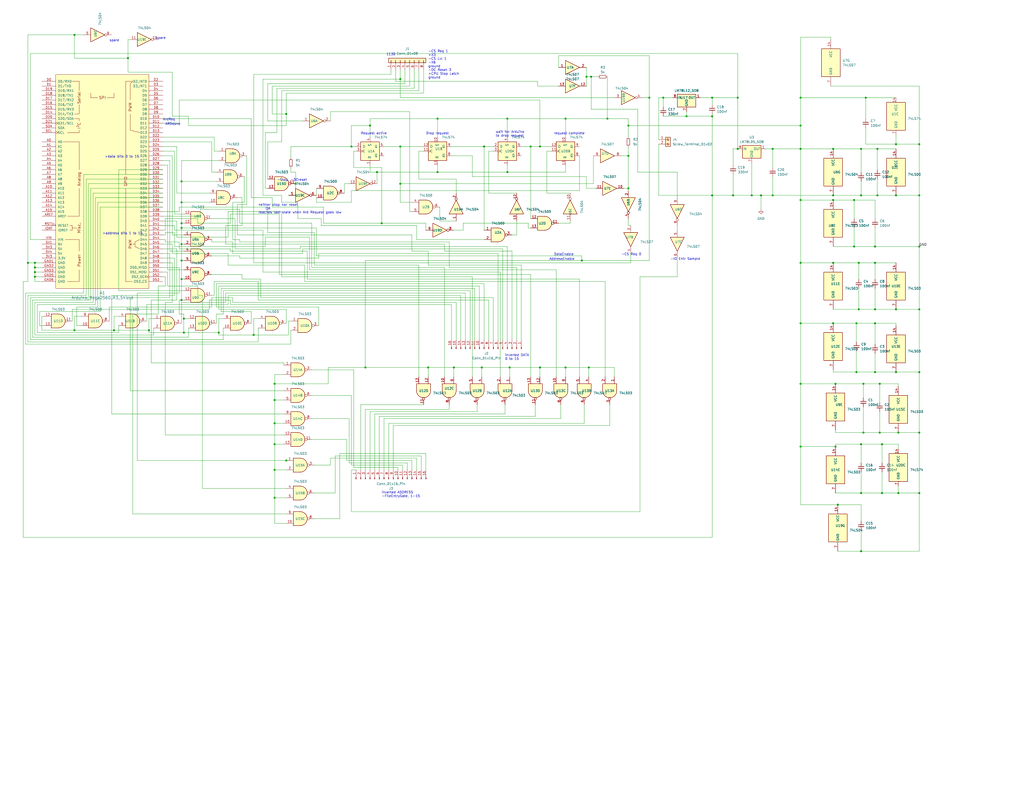
<source format=kicad_sch>
(kicad_sch (version 20230121) (generator eeschema)
  (paper "C")
  (lib_symbols
    (symbol "74xx:74LS00" (pin_names (offset 1.016))
      (property "Reference" "U" (at 0 1.27 0))
      (property "Value" "74LS00" (at 0 -1.27 0))
      (symbol "74LS00_1_1"
        (pin input line (at -7.62 2.54 0) (length 3.81) (name "~") (number "1"))
        (pin input line (at -7.62 -2.54 0) (length 3.81) (name "~") (number "2"))
        (pin output inverted (at 7.62 0 180) (length 3.81) (name "~") (number "3"))
      )
      (symbol "74LS00_1_2"
        (pin input inverted (at -7.62 2.54 0) (length 4.318) (name "~") (number "1"))
        (pin input inverted (at -7.62 -2.54 0) (length 4.318) (name "~") (number "2"))
        (pin output line (at 7.62 0 180) (length 3.81) (name "~") (number "3"))
      )
      (symbol "74LS00_2_1"
        (pin input line (at -7.62 2.54 0) (length 3.81) (name "~") (number "4"))
        (pin input line (at -7.62 -2.54 0) (length 3.81) (name "~") (number "5"))
        (pin output inverted (at 7.62 0 180) (length 3.81) (name "~") (number "6"))
      )
      (symbol "74LS00_2_2"
        (pin input inverted (at -7.62 2.54 0) (length 4.318) (name "~") (number "4"))
        (pin input inverted (at -7.62 -2.54 0) (length 4.318) (name "~") (number "5"))
        (pin output line (at 7.62 0 180) (length 3.81) (name "~") (number "6"))
      )
      (symbol "74LS00_3_1"
        (pin input line (at -7.62 -2.54 0) (length 3.81) (name "~") (number "10"))
        (pin output inverted (at 7.62 0 180) (length 3.81) (name "~") (number "8"))
        (pin input line (at -7.62 2.54 0) (length 3.81) (name "~") (number "9"))
      )
      (symbol "74LS00_3_2"
        (pin input inverted (at -7.62 -2.54 0) (length 4.318) (name "~") (number "10"))
        (pin output line (at 7.62 0 180) (length 3.81) (name "~") (number "8"))
        (pin input inverted (at -7.62 2.54 0) (length 4.318) (name "~") (number "9"))
      )
      (symbol "74LS00_4_1"
        (pin output inverted (at 7.62 0 180) (length 3.81) (name "~") (number "11"))
        (pin input line (at -7.62 2.54 0) (length 3.81) (name "~") (number "12"))
        (pin input line (at -7.62 -2.54 0) (length 3.81) (name "~") (number "13"))
      )
      (symbol "74LS00_4_2"
        (pin output line (at 7.62 0 180) (length 3.81) (name "~") (number "11"))
        (pin input inverted (at -7.62 2.54 0) (length 4.318) (name "~") (number "12"))
        (pin input inverted (at -7.62 -2.54 0) (length 4.318) (name "~") (number "13"))
      )
      (symbol "74LS00_5_0"
        (pin power_in line (at 0 12.7 270) (length 5.08) (name "VCC") (number "14"))
        (pin power_in line (at 0 -12.7 90) (length 5.08) (name "GND") (number "7"))
      )
    )
    (symbol "74xx:74LS03" (pin_names (offset 1.016))
      (property "Reference" "U" (at 0 1.27 0))
      (property "Value" "74LS03" (at 0 -1.27 0))
      (symbol "74LS03_1_1"
        (pin input line (at -7.62 2.54 0) (length 3.81) (name "~") (number "1"))
        (pin input line (at -7.62 -2.54 0) (length 3.81) (name "~") (number "2"))
        (pin open_collector inverted (at 7.62 0 180) (length 3.81) (name "~") (number "3"))
      )
      (symbol "74LS03_1_2"
        (pin input inverted (at -7.62 2.54 0) (length 4.318) (name "~") (number "1"))
        (pin input inverted (at -7.62 -2.54 0) (length 4.318) (name "~") (number "2"))
        (pin open_collector line (at 7.62 0 180) (length 3.81) (name "~") (number "3"))
      )
      (symbol "74LS03_2_1"
        (pin input line (at -7.62 2.54 0) (length 3.81) (name "~") (number "4"))
        (pin input line (at -7.62 -2.54 0) (length 3.81) (name "~") (number "5"))
        (pin open_collector inverted (at 7.62 0 180) (length 3.81) (name "~") (number "6"))
      )
      (symbol "74LS03_2_2"
        (pin input inverted (at -7.62 2.54 0) (length 4.318) (name "~") (number "4"))
        (pin input inverted (at -7.62 -2.54 0) (length 4.318) (name "~") (number "5"))
        (pin open_collector line (at 7.62 0 180) (length 3.81) (name "~") (number "6"))
      )
      (symbol "74LS03_3_1"
        (pin input line (at -7.62 -2.54 0) (length 3.81) (name "~") (number "10"))
        (pin open_collector inverted (at 7.62 0 180) (length 3.81) (name "~") (number "8"))
        (pin input line (at -7.62 2.54 0) (length 3.81) (name "~") (number "9"))
      )
      (symbol "74LS03_3_2"
        (pin input inverted (at -7.62 -2.54 0) (length 4.318) (name "~") (number "10"))
        (pin open_collector line (at 7.62 0 180) (length 3.81) (name "~") (number "8"))
        (pin input inverted (at -7.62 2.54 0) (length 4.318) (name "~") (number "9"))
      )
      (symbol "74LS03_4_1"
        (pin open_collector inverted (at 7.62 0 180) (length 3.81) (name "~") (number "11"))
        (pin input line (at -7.62 2.54 0) (length 3.81) (name "~") (number "12"))
        (pin input line (at -7.62 -2.54 0) (length 3.81) (name "~") (number "13"))
      )
      (symbol "74LS03_4_2"
        (pin open_collector line (at 7.62 0 180) (length 3.81) (name "~") (number "11"))
        (pin input inverted (at -7.62 2.54 0) (length 4.318) (name "~") (number "12"))
        (pin input inverted (at -7.62 -2.54 0) (length 4.318) (name "~") (number "13"))
      )
      (symbol "74LS03_5_0"
        (pin power_in line (at 0 12.7 270) (length 5.08) (name "VCC") (number "14"))
        (pin power_in line (at 0 -12.7 90) (length 5.08) (name "GND") (number "7"))
      )
    )
    (symbol "74xx:74LS04"
      (property "Reference" "U" (at 0 1.27 0))
      (property "Value" "74LS04" (at 0 -1.27 0))
      (symbol "74LS04_1_0"
        (pin input line (at -7.62 0 0) (length 3.81) (name "~") (number "1"))
        (pin output inverted (at 7.62 0 180) (length 3.81) (name "~") (number "2"))
      )
      (symbol "74LS04_2_0"
        (pin input line (at -7.62 0 0) (length 3.81) (name "~") (number "3"))
        (pin output inverted (at 7.62 0 180) (length 3.81) (name "~") (number "4"))
      )
      (symbol "74LS04_3_0"
        (pin input line (at -7.62 0 0) (length 3.81) (name "~") (number "5"))
        (pin output inverted (at 7.62 0 180) (length 3.81) (name "~") (number "6"))
      )
      (symbol "74LS04_4_0"
        (pin output inverted (at 7.62 0 180) (length 3.81) (name "~") (number "8"))
        (pin input line (at -7.62 0 0) (length 3.81) (name "~") (number "9"))
      )
      (symbol "74LS04_5_0"
        (pin output inverted (at 7.62 0 180) (length 3.81) (name "~") (number "10"))
        (pin input line (at -7.62 0 0) (length 3.81) (name "~") (number "11"))
      )
      (symbol "74LS04_6_0"
        (pin output inverted (at 7.62 0 180) (length 3.81) (name "~") (number "12"))
        (pin input line (at -7.62 0 0) (length 3.81) (name "~") (number "13"))
      )
      (symbol "74LS04_7_0"
        (pin power_in line (at 0 12.7 270) (length 5.08) (name "VCC") (number "14"))
        (pin power_in line (at 0 -12.7 90) (length 5.08) (name "GND") (number "7"))
      )
    )
    (symbol "74xx:74LS07" (pin_names (offset 1.016))
      (property "Reference" "U" (at 0 1.27 0))
      (property "Value" "74LS07" (at 0 -1.27 0))
      (symbol "74LS07_1_0"
        (pin input line (at -7.62 0 0) (length 3.81) (name "~") (number "1"))
        (pin open_collector line (at 7.62 0 180) (length 3.81) (name "~") (number "2"))
      )
      (symbol "74LS07_2_0"
        (pin input line (at -7.62 0 0) (length 3.81) (name "~") (number "3"))
        (pin open_collector line (at 7.62 0 180) (length 3.81) (name "~") (number "4"))
      )
      (symbol "74LS07_3_0"
        (pin input line (at -7.62 0 0) (length 3.81) (name "~") (number "5"))
        (pin open_collector line (at 7.62 0 180) (length 3.81) (name "~") (number "6"))
      )
      (symbol "74LS07_4_0"
        (pin open_collector line (at 7.62 0 180) (length 3.81) (name "~") (number "8"))
        (pin input line (at -7.62 0 0) (length 3.81) (name "~") (number "9"))
      )
      (symbol "74LS07_5_0"
        (pin open_collector line (at 7.62 0 180) (length 3.81) (name "~") (number "10"))
        (pin input line (at -7.62 0 0) (length 3.81) (name "~") (number "11"))
      )
      (symbol "74LS07_6_0"
        (pin open_collector line (at 7.62 0 180) (length 3.81) (name "~") (number "12"))
        (pin input line (at -7.62 0 0) (length 3.81) (name "~") (number "13"))
      )
      (symbol "74LS07_7_0"
        (pin power_in line (at 0 12.7 270) (length 5.08) (name "VCC") (number "14"))
        (pin power_in line (at 0 -12.7 90) (length 5.08) (name "GND") (number "7"))
      )
    )
    (symbol "74xx:74LS74" (pin_names (offset 1.016))
      (property "Reference" "U" (at -7.62 8.89 0))
      (property "Value" "74LS74" (at -7.62 -8.89 0))
      (symbol "74LS74_1_0"
        (pin input line (at 0 -7.62 90) (length 2.54) (name "~{R}") (number "1"))
        (pin input line (at -7.62 2.54 0) (length 2.54) (name "D") (number "2"))
        (pin input clock (at -7.62 0 0) (length 2.54) (name "C") (number "3"))
        (pin input line (at 0 7.62 270) (length 2.54) (name "~{S}") (number "4"))
        (pin output line (at 7.62 2.54 180) (length 2.54) (name "Q") (number "5"))
        (pin output line (at 7.62 -2.54 180) (length 2.54) (name "~{Q}") (number "6"))
      )
      (symbol "74LS74_2_0"
        (pin input line (at 0 7.62 270) (length 2.54) (name "~{S}") (number "10"))
        (pin input clock (at -7.62 0 0) (length 2.54) (name "C") (number "11"))
        (pin input line (at -7.62 2.54 0) (length 2.54) (name "D") (number "12"))
        (pin input line (at 0 -7.62 90) (length 2.54) (name "~{R}") (number "13"))
        (pin output line (at 7.62 -2.54 180) (length 2.54) (name "~{Q}") (number "8"))
        (pin output line (at 7.62 2.54 180) (length 2.54) (name "Q") (number "9"))
      )
      (symbol "74LS74_3_0"
        (pin power_in line (at 0 10.16 270) (length 2.54) (name "VCC") (number "14"))
        (pin power_in line (at 0 -10.16 90) (length 2.54) (name "GND") (number "7"))
      )
    )
    (symbol "Connector:Conn_01x16_Pin" (pin_names (offset 1.016) hide)
      (property "Reference" "J" (at 0 20.32 0))
      (property "Value" "Conn_01x16_Pin" (at 0 -22.86 0))
      (symbol "Conn_01x16_Pin_1_1"
        (pin passive line (at 5.08 17.78 180) (length 3.81) (name "Pin_1") (number "1"))
        (pin passive line (at 5.08 -5.08 180) (length 3.81) (name "Pin_10") (number "10"))
        (pin passive line (at 5.08 -7.62 180) (length 3.81) (name "Pin_11") (number "11"))
        (pin passive line (at 5.08 -10.16 180) (length 3.81) (name "Pin_12") (number "12"))
        (pin passive line (at 5.08 -12.7 180) (length 3.81) (name "Pin_13") (number "13"))
        (pin passive line (at 5.08 -15.24 180) (length 3.81) (name "Pin_14") (number "14"))
        (pin passive line (at 5.08 -17.78 180) (length 3.81) (name "Pin_15") (number "15"))
        (pin passive line (at 5.08 -20.32 180) (length 3.81) (name "Pin_16") (number "16"))
        (pin passive line (at 5.08 15.24 180) (length 3.81) (name "Pin_2") (number "2"))
        (pin passive line (at 5.08 12.7 180) (length 3.81) (name "Pin_3") (number "3"))
        (pin passive line (at 5.08 10.16 180) (length 3.81) (name "Pin_4") (number "4"))
        (pin passive line (at 5.08 7.62 180) (length 3.81) (name "Pin_5") (number "5"))
        (pin passive line (at 5.08 5.08 180) (length 3.81) (name "Pin_6") (number "6"))
        (pin passive line (at 5.08 2.54 180) (length 3.81) (name "Pin_7") (number "7"))
        (pin passive line (at 5.08 0 180) (length 3.81) (name "Pin_8") (number "8"))
        (pin passive line (at 5.08 -2.54 180) (length 3.81) (name "Pin_9") (number "9"))
      )
    )
    (symbol "Connector:Screw_Terminal_01x02" (pin_names (offset 1.016) hide)
      (property "Reference" "J" (at 0 2.54 0))
      (property "Value" "Screw_Terminal_01x02" (at 0 -5.08 0))
      (symbol "Screw_Terminal_01x02_1_1"
        (pin passive line (at -5.08 0 0) (length 3.81) (name "Pin_1") (number "1"))
        (pin passive line (at -5.08 -2.54 0) (length 3.81) (name "Pin_2") (number "2"))
      )
    )
    (symbol "Connector_Generic:Conn_01x08" (pin_names (offset 1.016) hide)
      (property "Reference" "J" (at 0 10.16 0))
      (property "Value" "Conn_01x08" (at 0 -12.7 0))
      (symbol "Conn_01x08_1_1"
        (pin passive line (at -5.08 7.62 0) (length 3.81) (name "Pin_1") (number "1"))
        (pin passive line (at -5.08 5.08 0) (length 3.81) (name "Pin_2") (number "2"))
        (pin passive line (at -5.08 2.54 0) (length 3.81) (name "Pin_3") (number "3"))
        (pin passive line (at -5.08 0 0) (length 3.81) (name "Pin_4") (number "4"))
        (pin passive line (at -5.08 -2.54 0) (length 3.81) (name "Pin_5") (number "5"))
        (pin passive line (at -5.08 -5.08 0) (length 3.81) (name "Pin_6") (number "6"))
        (pin passive line (at -5.08 -7.62 0) (length 3.81) (name "Pin_7") (number "7"))
        (pin passive line (at -5.08 -10.16 0) (length 3.81) (name "Pin_8") (number "8"))
      )
    )
    (symbol "Device:C_Small" (pin_numbers hide) (pin_names (offset 0.254) hide)
      (property "Reference" "C" (at 0.254 1.778 0))
      (property "Value" "C_Small" (at 0.254 -2.032 0))
      (symbol "C_Small_1_1"
        (pin passive line (at 0 2.54 270) (length 2.032) (name "~") (number "1"))
        (pin passive line (at 0 -2.54 90) (length 2.032) (name "~") (number "2"))
      )
    )
    (symbol "Device:R_Small" (pin_numbers hide) (pin_names (offset 0.254) hide)
      (property "Reference" "R" (at 0.762 0.508 0))
      (property "Value" "R_Small" (at 0.762 -1.016 0))
      (symbol "R_Small_1_1"
        (pin passive line (at 0 2.54 270) (length 0.762) (name "~") (number "1"))
        (pin passive line (at 0 -2.54 90) (length 0.762) (name "~") (number "2"))
      )
    )
    (symbol "PCM_arduino-library:Arduino_Mega2560_R3_Shield" (pin_names (offset 1.016))
      (property "Reference" "A1" (at 0 -60.96 0))
      (property "Value" "Arduino_Mega2560_R3_Shield" (at 0 -63.5 0))
      (symbol "Arduino_Mega2560_R3_Shield_0_0"
        (text "Analog" (at -12.7 1.27 900) (effects (font (size 1.524 1.524))))
        (text "I²C" (at -12.7 30.48 900) (effects (font (size 1.524 1.524))))
        (text "Misc." (at -12.7 -25.4 900) (effects (font (size 1.524 1.524))))
        (text "Power" (at -12.7 -43.18 900) (effects (font (size 1.524 1.524))))
        (text "PWM" (at 15.24 -34.29 900) (effects (font (size 1.524 1.524))))
        (text "PWM" (at 15.24 40.64 900) (effects (font (size 1.524 1.524))))
        (text "Serial" (at -12.7 45.72 900) (effects (font (size 1.524 1.524))))
        (text "SPI" (at 0 45.72 0) (effects (font (size 1.524 1.524))))
      )
      (symbol "Arduino_Mega2560_R3_Shield_1_0"
        (text "GPIO" (at 12.7 0 900) (effects (font (size 1.524 1.524))))
      )
      (symbol "Arduino_Mega2560_R3_Shield_1_1"
        (pin power_out line (at -33.02 -41.91 0) (length 7.62) (name "3.3V") (number "3V3"))
        (pin power_in line (at -33.02 -34.29 0) (length 7.62) (name "5V") (number "5V1"))
        (pin power_in line (at -33.02 -36.83 0) (length 7.62) (name "5V") (number "5V3"))
        (pin power_in line (at -33.02 -39.37 0) (length 7.62) (name "5V") (number "5V4"))
        (pin bidirectional line (at -33.02 21.59 0) (length 7.62) (name "A0") (number "A0"))
        (pin bidirectional line (at -33.02 19.05 0) (length 7.62) (name "A1") (number "A1"))
        (pin bidirectional line (at -33.02 -3.81 0) (length 7.62) (name "A10") (number "A10"))
        (pin bidirectional line (at -33.02 -6.35 0) (length 7.62) (name "A11") (number "A11"))
        (pin bidirectional line (at -33.02 -8.89 0) (length 7.62) (name "A12") (number "A12"))
        (pin bidirectional line (at -33.02 -11.43 0) (length 7.62) (name "A13") (number "A13"))
        (pin bidirectional line (at -33.02 -13.97 0) (length 7.62) (name "A14") (number "A14"))
        (pin bidirectional line (at -33.02 -16.51 0) (length 7.62) (name "A15") (number "A15"))
        (pin bidirectional line (at -33.02 16.51 0) (length 7.62) (name "A2") (number "A2"))
        (pin bidirectional line (at -33.02 13.97 0) (length 7.62) (name "A3") (number "A3"))
        (pin bidirectional line (at -33.02 11.43 0) (length 7.62) (name "A4") (number "A4"))
        (pin bidirectional line (at -33.02 8.89 0) (length 7.62) (name "A5") (number "A5"))
        (pin bidirectional line (at -33.02 6.35 0) (length 7.62) (name "A6") (number "A6"))
        (pin bidirectional line (at -33.02 3.81 0) (length 7.62) (name "A7") (number "A7"))
        (pin bidirectional line (at -33.02 1.27 0) (length 7.62) (name "A8") (number "A8"))
        (pin bidirectional line (at -33.02 -1.27 0) (length 7.62) (name "A9") (number "A9"))
        (pin input line (at -33.02 -19.05 0) (length 7.62) (name "AREF") (number "AREF"))
        (pin bidirectional line (at -33.02 54.61 0) (length 7.62) (name "D0/RX0") (number "D0"))
        (pin bidirectional line (at -33.02 52.07 0) (length 7.62) (name "D1/TX0") (number "D1"))
        (pin bidirectional line (at 33.02 34.29 180) (length 7.62) (name "D10") (number "D10"))
        (pin bidirectional line (at 33.02 31.75 180) (length 7.62) (name "D11") (number "D11"))
        (pin bidirectional line (at 33.02 29.21 180) (length 7.62) (name "D12") (number "D12"))
        (pin bidirectional line (at 33.02 26.67 180) (length 7.62) (name "D13") (number "D13"))
        (pin bidirectional line (at -33.02 36.83 0) (length 7.62) (name "D14/TX3") (number "D14"))
        (pin bidirectional line (at -33.02 39.37 0) (length 7.62) (name "D15/RX3") (number "D15"))
        (pin bidirectional line (at -33.02 41.91 0) (length 7.62) (name "D16/TX2") (number "D16"))
        (pin bidirectional line (at -33.02 44.45 0) (length 7.62) (name "D17/RX2") (number "D17"))
        (pin bidirectional line (at -33.02 46.99 0) (length 7.62) (name "D18/TX1") (number "D18"))
        (pin bidirectional line (at -33.02 49.53 0) (length 7.62) (name "D19/RX1") (number "D19"))
        (pin bidirectional line (at 33.02 54.61 180) (length 7.62) (name "D2_INT0") (number "D2"))
        (pin bidirectional line (at -33.02 34.29 0) (length 7.62) (name "D20/SDA") (number "D20"))
        (pin bidirectional clock (at -33.02 31.75 0) (length 7.62) (name "D21/SCL") (number "D21"))
        (pin bidirectional line (at 33.02 24.13 180) (length 7.62) (name "D22") (number "D22"))
        (pin bidirectional line (at 33.02 21.59 180) (length 7.62) (name "D23") (number "D23"))
        (pin bidirectional line (at 33.02 19.05 180) (length 7.62) (name "D24") (number "D24"))
        (pin bidirectional line (at 33.02 16.51 180) (length 7.62) (name "D25") (number "D25"))
        (pin bidirectional line (at 33.02 13.97 180) (length 7.62) (name "D26") (number "D26"))
        (pin bidirectional line (at 33.02 11.43 180) (length 7.62) (name "D27") (number "D27"))
        (pin bidirectional line (at 33.02 8.89 180) (length 7.62) (name "D28") (number "D28"))
        (pin bidirectional line (at 33.02 6.35 180) (length 7.62) (name "D29") (number "D29"))
        (pin bidirectional line (at 33.02 52.07 180) (length 7.62) (name "D3_INT1") (number "D3"))
        (pin bidirectional line (at 33.02 3.81 180) (length 7.62) (name "D30") (number "D30"))
        (pin bidirectional line (at 33.02 1.27 180) (length 7.62) (name "D31") (number "D31"))
        (pin bidirectional line (at 33.02 -1.27 180) (length 7.62) (name "D32") (number "D32"))
        (pin bidirectional line (at 33.02 -3.81 180) (length 7.62) (name "D33") (number "D33"))
        (pin bidirectional line (at 33.02 -6.35 180) (length 7.62) (name "D34") (number "D34"))
        (pin bidirectional line (at 33.02 -8.89 180) (length 7.62) (name "D35") (number "D35"))
        (pin bidirectional line (at 33.02 -11.43 180) (length 7.62) (name "D36") (number "D36"))
        (pin bidirectional line (at 33.02 -13.97 180) (length 7.62) (name "D37") (number "D37"))
        (pin bidirectional line (at 33.02 -16.51 180) (length 7.62) (name "D38") (number "D38"))
        (pin bidirectional line (at 33.02 -19.05 180) (length 7.62) (name "D39") (number "D39"))
        (pin bidirectional line (at 33.02 49.53 180) (length 7.62) (name "D4") (number "D4"))
        (pin bidirectional line (at 33.02 -21.59 180) (length 7.62) (name "D40") (number "D40"))
        (pin bidirectional line (at 33.02 -24.13 180) (length 7.62) (name "D41") (number "D41"))
        (pin bidirectional line (at 33.02 -26.67 180) (length 7.62) (name "D42") (number "D42"))
        (pin bidirectional line (at 33.02 -29.21 180) (length 7.62) (name "D43") (number "D43"))
        (pin bidirectional line (at 33.02 -31.75 180) (length 7.62) (name "D44") (number "D44"))
        (pin bidirectional line (at 33.02 -34.29 180) (length 7.62) (name "D45") (number "D45"))
        (pin bidirectional line (at 33.02 -36.83 180) (length 7.62) (name "D46") (number "D46"))
        (pin bidirectional line (at 33.02 -39.37 180) (length 7.62) (name "D47") (number "D47"))
        (pin bidirectional line (at 33.02 -41.91 180) (length 7.62) (name "D48") (number "D48"))
        (pin bidirectional line (at 33.02 -44.45 180) (length 7.62) (name "D49") (number "D49"))
        (pin bidirectional line (at 33.02 46.99 180) (length 7.62) (name "D5") (number "D5"))
        (pin bidirectional line (at 33.02 -46.99 180) (length 7.62) (name "D50_MISO") (number "D50"))
        (pin bidirectional line (at 33.02 -49.53 180) (length 7.62) (name "D51_MOSI") (number "D51"))
        (pin bidirectional clock (at 33.02 -52.07 180) (length 7.62) (name "D52_SCK") (number "D52"))
        (pin bidirectional line (at 33.02 -54.61 180) (length 7.62) (name "D53_CS") (number "D53"))
        (pin bidirectional line (at 33.02 44.45 180) (length 7.62) (name "D6") (number "D6"))
        (pin bidirectional line (at 33.02 41.91 180) (length 7.62) (name "D7") (number "D7"))
        (pin bidirectional line (at 33.02 39.37 180) (length 7.62) (name "D8") (number "D8"))
        (pin bidirectional line (at 33.02 36.83 180) (length 7.62) (name "D9") (number "D9"))
        (pin power_in line (at -33.02 -44.45 0) (length 7.62) (name "GND") (number "GND1"))
        (pin power_in line (at -33.02 -46.99 0) (length 7.62) (name "GND") (number "GND2"))
        (pin power_in line (at -33.02 -49.53 0) (length 7.62) (name "GND") (number "GND3"))
        (pin power_in line (at -33.02 -52.07 0) (length 7.62) (name "GND") (number "GND5"))
        (pin power_in line (at -33.02 -54.61 0) (length 7.62) (name "GND") (number "GND6"))
        (pin output line (at -33.02 -26.67 0) (length 7.62) (name "IOREF") (number "IORF"))
        (pin open_collector input_low (at -33.02 -24.13 0) (length 7.62) (name "RESET") (number "RST1"))
        (pin bidirectional clock (at -33.02 26.67 0) (length 7.62) (name "SCL") (number "SCL"))
        (pin bidirectional line (at -33.02 29.21 0) (length 7.62) (name "SDA") (number "SDA"))
        (pin power_in line (at -33.02 -31.75 0) (length 7.62) (name "VIN") (number "VIN"))
      )
    )
    (symbol "Regulator_Linear:LM78L05_SO8" (pin_names (offset 0.254))
      (property "Reference" "U" (at -3.81 3.175 0))
      (property "Value" "LM78L05_SO8" (at 0 3.175 0))
      (symbol "LM78L05_SO8_1_1"
        (pin power_out line (at 7.62 0 180) (length 2.54) (name "OUT") (number "1"))
        (pin passive line (at 0 -7.62 90) (length 2.54) hide (name "GND") (number "2"))
        (pin passive line (at 0 -7.62 90) (length 2.54) hide (name "GND") (number "3"))
        (pin no_connect line (at -5.08 -2.54 0) (length 2.54) hide (name "NC") (number "4"))
        (pin no_connect line (at 5.08 -2.54 180) (length 2.54) hide (name "NC") (number "5"))
        (pin passive line (at 0 -7.62 90) (length 2.54) hide (name "GND") (number "6"))
        (pin power_in line (at 0 -7.62 90) (length 2.54) (name "GND") (number "7"))
        (pin power_in line (at -7.62 0 0) (length 2.54) (name "IN") (number "8"))
      )
    )
    (symbol "Regulator_Linear:LM78L12_SO8" (pin_names (offset 0.254))
      (property "Reference" "U" (at -3.81 3.175 0))
      (property "Value" "LM78L12_SO8" (at 0 3.175 0))
      (symbol "LM78L12_SO8_1_1"
        (pin power_out line (at 7.62 0 180) (length 2.54) (name "OUT") (number "1"))
        (pin passive line (at 0 -7.62 90) (length 2.54) hide (name "GND") (number "2"))
        (pin passive line (at 0 -7.62 90) (length 2.54) hide (name "GND") (number "3"))
        (pin no_connect line (at -5.08 -2.54 0) (length 2.54) hide (name "NC") (number "4"))
        (pin no_connect line (at 5.08 -2.54 180) (length 2.54) hide (name "NC") (number "5"))
        (pin passive line (at 0 -7.62 90) (length 2.54) hide (name "GND") (number "6"))
        (pin power_in line (at 0 -7.62 90) (length 2.54) (name "GND") (number "7"))
        (pin power_in line (at -7.62 0 0) (length 2.54) (name "IN") (number "8"))
      )
    )
    (symbol "power:GND" (power) (pin_names (offset 0))
      (property "Value" "GND" (at 0 -3.81 0))
      (symbol "GND_1_1"
        (pin power_in line (at 0 0 270) (length 0) hide (name "GND") (number "1"))
      )
    )
  )
  (junction (at 205.74 93.98))
  (junction (at 264.16 80.01))
  (junction (at 436.88 109.22))
  (junction (at 490.22 236.22))
  (junction (at 308.61 64.77))
  (junction (at 469.9 269.24))
  (junction (at 469.9 242.57))
  (junction (at 342.9 102.87))
  (junction (at 15.24 143.51))
  (junction (at 342.9 68.58))
  (junction (at 238.76 64.77))
  (junction (at 455.93 243.84))
  (junction (at 199.39 200.66))
  (junction (at 361.95 53.34))
  (junction (at 99.06 121.92))
  (junction (at 99.06 142.24))
  (junction (at 488.95 203.2))
  (junction (at 466.09 134.62))
  (junction (at 490.22 269.24))
  (junction (at 402.59 53.34))
  (junction (at 62.23 180.34))
  (junction (at 156.21 251.46))
  (junction (at 501.65 236.22))
  (junction (at 478.79 81.28))
  (junction (at 472.44 53.34))
  (junction (at 488.95 106.68))
  (junction (at 501.65 168.91))
  (junction (at 149.86 218.44))
  (junction (at 294.64 200.66))
  (junction (at 477.52 143.51))
  (junction (at 19.05 146.05))
  (junction (at 331.47 64.77))
  (junction (at 278.13 200.66))
  (junction (at 320.04 41.91))
  (junction (at 415.29 106.68))
  (junction (at 469.9 81.28))
  (junction (at 40.64 180.34))
  (junction (at 454.66 143.51))
  (junction (at 276.86 64.77))
  (junction (at 388.62 106.68))
  (junction (at 99.06 163.83))
  (junction (at 321.31 200.66))
  (junction (at 436.88 209.55))
  (junction (at 40.64 19.05))
  (junction (at 354.33 53.34))
  (junction (at 436.88 176.53))
  (junction (at 467.36 203.2))
  (junction (at 436.88 243.84))
  (junction (at 436.88 143.51))
  (junction (at 99.06 152.4))
  (junction (at 466.09 109.22))
  (junction (at 342.9 85.09))
  (junction (at 99.06 124.46))
  (junction (at 233.68 200.66))
  (junction (at 421.64 106.68))
  (junction (at 99.06 110.49))
  (junction (at 481.33 242.57))
  (junction (at 455.93 209.55))
  (junction (at 69.85 31.75))
  (junction (at 322.58 41.91))
  (junction (at 477.52 176.53))
  (junction (at 317.5 142.24))
  (junction (at 488.95 168.91))
  (junction (at 436.88 53.34))
  (junction (at 238.76 93.98))
  (junction (at 468.63 143.51))
  (junction (at 454.66 176.53))
  (junction (at 19.05 151.13))
  (junction (at 262.89 200.66))
  (junction (at 501.65 106.68))
  (junction (at 478.79 106.68))
  (junction (at 276.86 93.98))
  (junction (at 100.33 173.99))
  (junction (at 218.44 80.01))
  (junction (at 119.38 181.61))
  (junction (at 247.65 200.66))
  (junction (at 421.64 81.28))
  (junction (at 477.52 203.2))
  (junction (at 149.86 209.55))
  (junction (at 471.17 236.22))
  (junction (at 201.93 68.58))
  (junction (at 400.05 106.68))
  (junction (at 149.86 256.54))
  (junction (at 469.9 300.99))
  (junction (at 501.65 203.2))
  (junction (at 19.05 148.59))
  (junction (at 81.28 180.34))
  (junction (at 468.63 168.91))
  (junction (at 454.66 109.22))
  (junction (at 149.86 231.14))
  (junction (at 477.52 134.62))
  (junction (at 436.88 68.58))
  (junction (at 501.65 78.74))
  (junction (at 480.06 236.22))
  (junction (at 19.05 143.51))
  (junction (at 469.9 106.68))
  (junction (at 308.61 200.66))
  (junction (at 388.62 63.5))
  (junction (at 100.33 181.61))
  (junction (at 218.44 100.33))
  (junction (at 388.62 53.34))
  (junction (at 99.06 99.06))
  (junction (at 161.29 100.33))
  (junction (at 138.43 182.88))
  (junction (at 467.36 176.53))
  (junction (at 436.88 81.28))
  (junction (at 410.21 106.68))
  (junction (at 480.06 209.55))
  (junction (at 402.59 81.28))
  (junction (at 481.33 269.24))
  (junction (at 457.2 275.59))
  (junction (at 149.86 271.78))
  (junction (at 156.21 62.23))
  (junction (at 501.65 134.62))
  (junction (at 454.66 81.28))
  (junction (at 471.17 209.55))
  (junction (at 208.28 121.92))
  (junction (at 488.95 78.74))
  (junction (at 374.65 63.5))
  (junction (at 454.66 106.68))
  (junction (at 501.65 269.24))
  (junction (at 218.44 43.18))
  (junction (at 191.77 80.01))
  (junction (at 477.52 168.91))
  (junction (at 294.64 80.01))
  (junction (at 99.06 133.35))
  (junction (at 289.56 80.01))
  (junction (at 149.86 242.57))
  (wire (pts (xy 93.98 143.51) (xy 93.98 165.1)))
  (wire (pts (xy 49.53 163.83) (xy 17.78 163.83)))
  (wire (pts (xy 455.93 236.22) (xy 471.17 236.22)))
  (wire (pts (xy 320.04 102.87) (xy 325.12 102.87)))
  (wire (pts (xy 212.09 231.14) (xy 212.09 256.54)))
  (wire (pts (xy 88.9 125.73) (xy 90.17 125.73)))
  (wire (pts (xy 44.45 172.72) (xy 40.64 172.72)))
  (wire (pts (xy 170.18 121.92) (xy 170.18 146.05)))
  (wire (pts (xy 97.79 115.57) (xy 97.79 113.03)))
  (wire (pts (xy 100.33 152.4) (xy 99.06 152.4)))
  (wire (pts (xy 109.22 118.11) (xy 109.22 114.3)))
  (wire (pts (xy 228.6 82.55) (xy 231.14 82.55)))
  (wire (pts (xy 17.78 184.15) (xy 102.87 184.15)))
  (wire (pts (xy 260.35 220.98) (xy 260.35 224.79)))
  (wire (pts (xy 480.06 224.79) (xy 480.06 236.22)))
  (wire (pts (xy 163.83 134.62) (xy 276.86 134.62)))
  (wire (pts (xy 15.24 19.05) (xy 15.24 143.51)))
  (wire (pts (xy 123.19 133.35) (xy 123.19 123.19)))
  (wire (pts (xy 133.35 96.52) (xy 133.35 110.49)))
  (wire (pts (xy 125.73 116.84) (xy 152.4 116.84)))
  (wire (pts (xy 119.38 156.21) (xy 261.62 156.21)))
  (wire (pts (xy 308.61 90.17) (xy 308.61 93.98)))
  (wire (pts (xy 22.86 151.13) (xy 19.05 151.13)))
  (wire (pts (xy 166.37 144.78) (xy 166.37 153.67)))
  (wire (pts (xy 207.01 227.33) (xy 292.1 227.33)))
  (wire (pts (xy 127 138.43) (xy 165.1 138.43)))
  (wire (pts (xy 467.36 191.77) (xy 467.36 203.2)))
  (wire (pts (xy 176.53 113.03) (xy 148.59 113.03)))
  (wire (pts (xy 21.59 177.8) (xy 24.13 177.8)))
  (wire (pts (xy 149.86 285.75) (xy 149.86 271.78)))
  (wire (pts (xy 257.81 96.52) (xy 320.04 96.52)))
  (wire (pts (xy 22.86 146.05) (xy 19.05 146.05)))
  (wire (pts (xy 125.73 135.89) (xy 125.73 137.16)))
  (wire (pts (xy 107.95 119.38) (xy 107.95 121.92)))
  (wire (pts (xy 96.52 120.65) (xy 96.52 129.54)))
  (wire (pts (xy 342.9 119.38) (xy 342.9 123.19)))
  (wire (pts (xy 93.98 85.09) (xy 93.98 128.27)))
  (wire (pts (xy 233.68 144.78) (xy 284.48 144.78)))
  (wire (pts (xy 88.9 77.47) (xy 115.57 77.47)))
  (wire (pts (xy 454.66 203.2) (xy 467.36 203.2)))
  (wire (pts (xy 127 110.49) (xy 127 130.81)))
  (wire (pts (xy 64.77 181.61) (xy 64.77 177.8)))
  (wire (pts (xy 138.43 40.64) (xy 213.36 40.64)))
  (wire (pts (xy 224.79 128.27) (xy 224.79 137.16)))
  (wire (pts (xy 298.45 105.41) (xy 298.45 82.55)))
  (wire (pts (xy 168.91 147.32) (xy 303.53 147.32)))
  (wire (pts (xy 252.73 121.92) (xy 288.29 121.92)))
  (wire (pts (xy 490.22 242.57) (xy 490.22 245.11)))
  (wire (pts (xy 107.95 161.29) (xy 110.49 161.29)))
  (wire (pts (xy 20.32 181.61) (xy 64.77 181.61)))
  (wire (pts (xy 41.91 167.64) (xy 41.91 177.8)))
  (wire (pts (xy 369.57 140.97) (xy 369.57 151.13)))
  (wire (pts (xy 220.98 38.1) (xy 220.98 45.72)))
  (wire (pts (xy 478.79 106.68) (xy 488.95 106.68)))
  (wire (pts (xy 436.88 20.32) (xy 436.88 53.34)))
  (wire (pts (xy 90.17 151.13) (xy 90.17 156.21)))
  (wire (pts (xy 201.93 64.77) (xy 238.76 64.77)))
  (wire (pts (xy 142.24 162.56) (xy 269.24 162.56)))
  (wire (pts (xy 402.59 53.34) (xy 402.59 81.28)))
  (wire (pts (xy 331.47 64.77) (xy 342.9 64.77)))
  (wire (pts (xy 153.67 77.47) (xy 146.05 77.47)))
  (wire (pts (xy 318.77 220.98) (xy 318.77 231.14)))
  (wire (pts (xy 284.48 80.01) (xy 289.56 80.01)))
  (wire (pts (xy 388.62 63.5) (xy 388.62 62.23)))
  (wire (pts (xy 261.62 156.21) (xy 261.62 185.42)))
  (wire (pts (xy 453.39 20.32) (xy 453.39 21.59)))
  (wire (pts (xy 262.89 200.66) (xy 278.13 200.66)))
  (wire (pts (xy 191.77 68.58) (xy 201.93 68.58)))
  (wire (pts (xy 212.09 231.14) (xy 318.77 231.14)))
  (wire (pts (xy 218.44 80.01) (xy 218.44 100.33)))
  (wire (pts (xy 153.67 49.53) (xy 228.6 49.53)))
  (wire (pts (xy 88.9 146.05) (xy 97.79 146.05)))
  (wire (pts (xy 469.9 242.57) (xy 455.93 242.57)))
  (wire (pts (xy 467.36 176.53) (xy 477.52 176.53)))
  (wire (pts (xy 172.72 110.49) (xy 172.72 107.95)))
  (wire (pts (xy 454.66 109.22) (xy 466.09 109.22)))
  (wire (pts (xy 97.79 132.08) (xy 97.79 135.89)))
  (wire (pts (xy 88.9 140.97) (xy 95.25 140.97)))
  (wire (pts (xy 22.86 180.34) (xy 22.86 172.72)))
  (wire (pts (xy 182.88 269.24) (xy 182.88 248.92)))
  (wire (pts (xy 264.16 185.42) (xy 264.16 154.94)))
  (wire (pts (xy 388.62 106.68) (xy 400.05 106.68)))
  (wire (pts (xy 421.64 106.68) (xy 454.66 106.68)))
  (wire (pts (xy 467.36 176.53) (xy 467.36 186.69)))
  (wire (pts (xy 480.06 209.55) (xy 490.22 209.55)))
  (wire (pts (xy 488.95 73.66) (xy 488.95 78.74)))
  (wire (pts (xy 187.96 100.33) (xy 190.5 100.33)))
  (wire (pts (xy 276.86 64.77) (xy 308.61 64.77)))
  (wire (pts (xy 257.81 85.09) (xy 257.81 96.52)))
  (wire (pts (xy 293.37 46.99) (xy 304.8 46.99)))
  (wire (pts (xy 466.09 109.22) (xy 466.09 119.38)))
  (wire (pts (xy 269.24 162.56) (xy 269.24 185.42)))
  (wire (pts (xy 266.7 82.55) (xy 269.24 82.55)))
  (wire (pts (xy 274.32 135.89) (xy 274.32 185.42)))
  (wire (pts (xy 99.06 87.63) (xy 119.38 87.63)))
  (wire (pts (xy 469.9 275.59) (xy 457.2 275.59)))
  (wire (pts (xy 144.78 129.54) (xy 144.78 134.62)))
  (wire (pts (xy 468.63 143.51) (xy 468.63 152.4)))
  (wire (pts (xy 165.1 66.04) (xy 146.05 66.04)))
  (wire (pts (xy 388.62 53.34) (xy 402.59 53.34)))
  (wire (pts (xy 54.61 170.18) (xy 21.59 170.18)))
  (wire (pts (xy 133.35 110.49) (xy 127 110.49)))
  (wire (pts (xy 143.51 106.68) (xy 153.67 106.68)))
  (wire (pts (xy 421.64 81.28) (xy 421.64 91.44)))
  (wire (pts (xy 64.77 172.72) (xy 62.23 172.72)))
  (wire (pts (xy 121.92 171.45) (xy 121.92 158.75)))
  (wire (pts (xy 81.28 173.99) (xy 81.28 180.34)))
  (wire (pts (xy 242.57 137.16) (xy 279.4 137.16)))
  (wire (pts (xy 454.66 143.51) (xy 468.63 143.51)))
  (wire (pts (xy 121.92 185.42) (xy 121.92 179.07)))
  (wire (pts (xy 88.9 151.13) (xy 90.17 151.13)))
  (wire (pts (xy 471.17 236.22) (xy 480.06 236.22)))
  (wire (pts (xy 207.01 227.33) (xy 207.01 256.54)))
  (wire (pts (xy 124.46 166.37) (xy 124.46 161.29)))
  (wire (pts (xy 88.9 82.55) (xy 95.25 82.55)))
  (wire (pts (xy 97.79 54.61) (xy 97.79 67.31)))
  (wire (pts (xy 92.71 87.63) (xy 92.71 137.16)))
  (wire (pts (xy 320.04 41.91) (xy 320.04 36.83)))
  (wire (pts (xy 88.9 128.27) (xy 90.17 128.27)))
  (wire (pts (xy 477.52 157.48) (xy 477.52 168.91)))
  (wire (pts (xy 129.54 107.95) (xy 132.08 107.95)))
  (wire (pts (xy 321.31 205.74) (xy 321.31 200.66)))
  (wire (pts (xy 256.54 185.42) (xy 256.54 158.75)))
  (wire (pts (xy 472.44 69.85) (xy 472.44 78.74)))
  (wire (pts (xy 99.06 176.53) (xy 99.06 165.1)))
  (wire (pts (xy 417.83 81.28) (xy 421.64 81.28)))
  (wire (pts (xy 217.17 255.27) (xy 217.17 256.54)))
  (wire (pts (xy 193.04 201.93) (xy 193.04 255.27)))
  (wire (pts (xy 124.46 138.43) (xy 124.46 144.78)))
  (wire (pts (xy 40.64 180.34) (xy 22.86 180.34)))
  (wire (pts (xy 436.88 81.28) (xy 436.88 109.22)))
  (wire (pts (xy 50.8 105.41) (xy 50.8 165.1)))
  (wire (pts (xy 199.39 142.24) (xy 199.39 200.66)))
  (wire (pts (xy 60.96 161.29) (xy 95.25 161.29)))
  (wire (pts (xy 201.93 68.58) (xy 201.93 64.77)))
  (wire (pts (xy 119.38 181.61) (xy 119.38 182.88)))
  (wire (pts (xy 173.99 167.64) (xy 118.11 167.64)))
  (wire (pts (xy 304.8 30.48) (xy 354.33 30.48)))
  (wire (pts (xy 45.72 160.02) (xy 13.97 160.02)))
  (wire (pts (xy 175.26 123.19) (xy 227.33 123.19)))
  (wire (pts (xy 16.51 29.21) (xy 16.51 130.81)))
  (wire (pts (xy 152.4 116.84) (xy 152.4 149.86)))
  (wire (pts (xy 102.87 173.99) (xy 100.33 173.99)))
  (wire (pts (xy 342.9 68.58) (xy 342.9 74.93)))
  (wire (pts (xy 97.79 146.05) (xy 97.79 160.02)))
  (wire (pts (xy 374.65 60.96) (xy 374.65 63.5)))
  (wire (pts (xy 100.33 142.24) (xy 99.06 142.24)))
  (wire (pts (xy 293.37 44.45) (xy 293.37 46.99)))
  (wire (pts (xy 481.33 257.81) (xy 481.33 269.24)))
  (wire (pts (xy 120.65 157.48) (xy 259.08 157.48)))
  (wire (pts (xy 72.39 280.67) (xy 156.21 280.67)))
  (wire (pts (xy 304.8 36.83) (xy 304.8 30.48)))
  (wire (pts (xy 172.72 139.7) (xy 172.72 124.46)))
  (wire (pts (xy 294.64 80.01) (xy 300.99 80.01)))
  (wire (pts (xy 457.2 300.99) (xy 469.9 300.99)))
  (wire (pts (xy 148.59 46.99) (xy 148.59 62.23)))
  (wire (pts (xy 224.79 251.46) (xy 224.79 256.54)))
  (wire (pts (xy 161.29 106.68) (xy 161.29 100.33)))
  (wire (pts (xy 88.9 102.87) (xy 49.53 102.87)))
  (wire (pts (xy 294.64 54.61) (xy 294.64 80.01)))
  (wire (pts (xy 490.22 242.57) (xy 481.33 242.57)))
  (wire (pts (xy 490.22 265.43) (xy 490.22 269.24)))
  (wire (pts (xy 60.96 226.06) (xy 154.94 226.06)))
  (wire (pts (xy 218.44 80.01) (xy 231.14 80.01)))
  (wire (pts (xy 278.13 205.74) (xy 278.13 200.66)))
  (wire (pts (xy 148.59 62.23) (xy 156.21 62.23)))
  (wire (pts (xy 134.62 111.76) (xy 129.54 111.76)))
  (wire (pts (xy 436.88 53.34) (xy 436.88 68.58)))
  (wire (pts (xy 115.57 162.56) (xy 115.57 167.64)))
  (wire (pts (xy 19.05 148.59) (xy 19.05 146.05)))
  (wire (pts (xy 436.88 243.84) (xy 436.88 209.55)))
  (wire (pts (xy 303.53 147.32) (xy 303.53 205.74)))
  (wire (pts (xy 467.36 176.53) (xy 454.66 176.53)))
  (wire (pts (xy 501.65 46.99) (xy 501.65 78.74)))
  (wire (pts (xy 161.29 93.98) (xy 161.29 100.33)))
  (wire (pts (xy 276.86 134.62) (xy 276.86 185.42)))
  (wire (pts (xy 223.52 60.96) (xy 223.52 115.57)))
  (wire (pts (xy 130.81 114.3) (xy 130.81 121.92)))
  (wire (pts (xy 264.16 80.01) (xy 269.24 80.01)))
  (wire (pts (xy 248.92 97.79) (xy 228.6 97.79)))
  (wire (pts (xy 209.55 80.01) (xy 218.44 80.01)))
  (wire (pts (xy 124.46 144.78) (xy 166.37 144.78)))
  (wire (pts (xy 308.61 205.74) (xy 308.61 200.66)))
  (wire (pts (xy 323.85 100.33) (xy 323.85 85.09)))
  (wire (pts (xy 19.05 182.88) (xy 83.82 182.88)))
  (wire (pts (xy 179.07 200.66) (xy 199.39 200.66)))
  (wire (pts (xy 455.93 209.55) (xy 436.88 209.55)))
  (wire (pts (xy 156.21 62.23) (xy 156.21 68.58)))
  (wire (pts (xy 468.63 168.91) (xy 477.52 168.91)))
  (wire (pts (xy 490.22 236.22) (xy 501.65 236.22)))
  (wire (pts (xy 191.77 110.49) (xy 172.72 110.49)))
  (wire (pts (xy 335.28 200.66) (xy 321.31 200.66)))
  (wire (pts (xy 342.9 80.01) (xy 342.9 85.09)))
  (wire (pts (xy 16.51 185.42) (xy 121.92 185.42)))
  (wire (pts (xy 238.76 74.93) (xy 238.76 64.77)))
  (wire (pts (xy 39.37 175.26) (xy 39.37 168.91)))
  (wire (pts (xy 501.65 269.24) (xy 501.65 236.22)))
  (wire (pts (xy 330.2 153.67) (xy 330.2 205.74)))
  (wire (pts (xy 88.9 85.09) (xy 93.98 85.09)))
  (wire (pts (xy 91.44 147.32) (xy 100.33 147.32)))
  (wire (pts (xy 421.64 96.52) (xy 421.64 106.68)))
  (wire (pts (xy 232.41 247.65) (xy 232.41 256.54)))
  (wire (pts (xy 215.9 38.1) (xy 215.9 44.45)))
  (wire (pts (xy 130.81 139.7) (xy 130.81 140.97)))
  (wire (pts (xy 171.45 283.21) (xy 185.42 283.21)))
  (wire (pts (xy 359.41 106.68) (xy 388.62 106.68)))
  (wire (pts (xy 477.52 193.04) (xy 477.52 203.2)))
  (wire (pts (xy 259.08 185.42) (xy 259.08 157.48)))
  (wire (pts (xy 154.94 198.12) (xy 154.94 199.39)))
  (wire (pts (xy 490.22 210.82) (xy 490.22 209.55)))
  (wire (pts (xy 231.14 50.8) (xy 231.14 38.1)))
  (wire (pts (xy 361.95 53.34) (xy 361.95 58.42)))
  (wire (pts (xy 335.28 205.74) (xy 335.28 200.66)))
  (wire (pts (xy 143.51 125.73) (xy 143.51 148.59)))
  (wire (pts (xy 80.01 175.26) (xy 80.01 166.37)))
  (wire (pts (xy 477.52 176.53) (xy 477.52 187.96)))
  (wire (pts (xy 88.9 80.01) (xy 96.52 80.01)))
  (wire (pts (xy 90.17 128.27) (xy 90.17 127)))
  (wire (pts (xy 149.86 242.57) (xy 149.86 256.54)))
  (wire (pts (xy 60.96 161.29) (xy 60.96 226.06)))
  (wire (pts (xy 436.88 275.59) (xy 436.88 243.84)))
  (wire (pts (xy 208.28 91.44) (xy 193.04 91.44)))
  (wire (pts (xy 146.05 77.47) (xy 146.05 97.79)))
  (wire (pts (xy 146.05 45.72) (xy 146.05 66.04)))
  (wire (pts (xy 102.87 68.58) (xy 102.87 63.5)))
  (wire (pts (xy 471.17 222.25) (xy 471.17 236.22)))
  (wire (pts (xy 205.74 93.98) (xy 205.74 100.33)))
  (wire (pts (xy 240.03 113.03) (xy 240.03 120.65)))
  (wire (pts (xy 153.67 49.53) (xy 153.67 77.47)))
  (wire (pts (xy 12.7 153.67) (xy 12.7 293.37)))
  (wire (pts (xy 151.13 48.26) (xy 151.13 72.39)))
  (wire (pts (xy 466.09 109.22) (xy 477.52 109.22)))
  (wire (pts (xy 12.7 293.37) (xy 388.62 293.37)))
  (wire (pts (xy 149.86 218.44) (xy 149.86 231.14)))
  (wire (pts (xy 455.93 242.57) (xy 455.93 243.84)))
  (wire (pts (xy 170.18 215.9) (xy 191.77 215.9)))
  (wire (pts (xy 100.33 171.45) (xy 100.33 173.99)))
  (wire (pts (xy 69.85 31.75) (xy 40.64 31.75)))
  (wire (pts (xy 275.59 220.98) (xy 275.59 226.06)))
  (wire (pts (xy 157.48 175.26) (xy 157.48 182.88)))
  (wire (pts (xy 289.56 149.86) (xy 289.56 205.74)))
  (wire (pts (xy 204.47 226.06) (xy 204.47 256.54)))
  (wire (pts (xy 107.95 156.21) (xy 107.95 161.29)))
  (wire (pts (xy 468.63 157.48) (xy 468.63 168.91)))
  (wire (pts (xy 170.18 146.05) (xy 242.57 146.05)))
  (wire (pts (xy 205.74 93.98) (xy 238.76 93.98)))
  (wire (pts (xy 326.39 41.91) (xy 322.58 41.91)))
  (wire (pts (xy 472.44 53.34) (xy 488.95 53.34)))
  (wire (pts (xy 187.96 100.33) (xy 187.96 105.41)))
  (wire (pts (xy 246.38 85.09) (xy 257.81 85.09)))
  (wire (pts (xy 116.84 82.55) (xy 119.38 82.55)))
  (wire (pts (xy 252.73 125.73) (xy 247.65 125.73)))
  (wire (pts (xy 132.08 152.4) (xy 142.24 152.4)))
  (wire (pts (xy 306.07 220.98) (xy 306.07 228.6)))
  (wire (pts (xy 467.36 203.2) (xy 477.52 203.2)))
  (wire (pts (xy 480.06 209.55) (xy 480.06 219.71)))
  (wire (pts (xy 266.7 163.83) (xy 266.7 185.42)))
  (wire (pts (xy 22.86 153.67) (xy 19.05 153.67)))
  (wire (pts (xy 163.83 135.89) (xy 163.83 134.62)))
  (wire (pts (xy 251.46 161.29) (xy 251.46 185.42)))
  (wire (pts (xy 226.06 38.1) (xy 226.06 48.26)))
  (wire (pts (xy 99.06 152.4) (xy 99.06 142.24)))
  (wire (pts (xy 185.42 247.65) (xy 232.41 247.65)))
  (wire (pts (xy 88.9 118.11) (xy 109.22 118.11)))
  (wire (pts (xy 115.57 132.08) (xy 127 132.08)))
  (wire (pts (xy 477.52 124.46) (xy 477.52 134.62)))
  (wire (pts (xy 227.33 123.19) (xy 227.33 130.81)))
  (wire (pts (xy 342.9 85.09) (xy 342.9 102.87)))
  (wire (pts (xy 165.1 135.89) (xy 274.32 135.89)))
  (wire (pts (xy 88.9 130.81) (xy 90.17 130.81)))
  (wire (pts (xy 199.39 256.54) (xy 199.39 223.52)))
  (wire (pts (xy 488.95 106.68) (xy 501.65 106.68)))
  (wire (pts (xy 15.24 19.05) (xy 40.64 19.05)))
  (wire (pts (xy 331.47 41.91) (xy 331.47 64.77)))
  (wire (pts (xy 354.33 30.48) (xy 354.33 53.34)))
  (wire (pts (xy 97.79 160.02) (xy 74.93 160.02)))
  (wire (pts (xy 148.59 107.95) (xy 137.16 107.95)))
  (wire (pts (xy 248.92 105.41) (xy 248.92 97.79)))
  (wire (pts (xy 138.43 143.51) (xy 344.17 143.51)))
  (wire (pts (xy 400.05 106.68) (xy 410.21 106.68)))
  (wire (pts (xy 238.76 64.77) (xy 276.86 64.77)))
  (wire (pts (xy 127 130.81) (xy 130.81 130.81)))
  (wire (pts (xy 99.06 99.06) (xy 99.06 110.49)))
  (wire (pts (xy 158.75 91.44) (xy 158.75 93.98)))
  (wire (pts (xy 308.61 64.77) (xy 331.47 64.77)))
  (wire (pts (xy 344.17 138.43) (xy 344.17 143.51)))
  (wire (pts (xy 95.25 127) (xy 95.25 134.62)))
  (wire (pts (xy 501.65 236.22) (xy 501.65 203.2)))
  (wire (pts (xy 359.41 76.2) (xy 359.41 53.34)))
  (wire (pts (xy 69.85 21.59) (xy 71.12 21.59)))
  (wire (pts (xy 191.77 256.54) (xy 191.77 279.4)))
  (wire (pts (xy 469.9 99.06) (xy 469.9 106.68)))
  (wire (pts (xy 271.78 185.42) (xy 271.78 138.43)))
  (wire (pts (xy 80.01 166.37) (xy 124.46 166.37)))
  (wire (pts (xy 143.51 43.18) (xy 143.51 106.68)))
  (wire (pts (xy 52.07 166.37) (xy 20.32 166.37)))
  (wire (pts (xy 100.33 181.61) (xy 119.38 181.61)))
  (wire (pts (xy 93.98 39.37) (xy 93.98 63.5)))
  (wire (pts (xy 289.56 80.01) (xy 294.64 80.01)))
  (wire (pts (xy 175.26 119.38) (xy 175.26 123.19)))
  (wire (pts (xy 453.39 46.99) (xy 501.65 46.99)))
  (wire (pts (xy 166.37 153.67) (xy 330.2 153.67)))
  (wire (pts (xy 342.9 68.58) (xy 436.88 68.58)))
  (wire (pts (xy 469.9 242.57) (xy 469.9 252.73)))
  (wire (pts (xy 388.62 63.5) (xy 388.62 106.68)))
  (wire (pts (xy 320.04 96.52) (xy 320.04 102.87)))
  (wire (pts (xy 342.9 68.58) (xy 342.9 64.77)))
  (wire (pts (xy 72.39 171.45) (xy 72.39 280.67)))
  (wire (pts (xy 59.69 175.26) (xy 59.69 167.64)))
  (wire (pts (xy 118.11 176.53) (xy 118.11 171.45)))
  (wire (pts (xy 132.08 107.95) (xy 132.08 123.19)))
  (wire (pts (xy 316.23 152.4) (xy 316.23 205.74)))
  (wire (pts (xy 278.13 200.66) (xy 294.64 200.66)))
  (wire (pts (xy 246.38 166.37) (xy 246.38 185.42)))
  (wire (pts (xy 114.3 168.91) (xy 114.3 163.83)))
  (wire (pts (xy 455.93 269.24) (xy 469.9 269.24)))
  (wire (pts (xy 288.29 124.46) (xy 289.56 124.46)))
  (wire (pts (xy 88.9 95.25) (xy 45.72 95.25)))
  (wire (pts (xy 180.34 254) (xy 180.34 250.19)))
  (wire (pts (xy 242.57 146.05) (xy 242.57 205.74)))
  (wire (pts (xy 88.9 107.95) (xy 52.07 107.95)))
  (wire (pts (xy 15.24 153.67) (xy 12.7 153.67)))
  (wire (pts (xy 149.86 256.54) (xy 149.86 271.78)))
  (wire (pts (xy 354.33 142.24) (xy 317.5 142.24)))
  (wire (pts (xy 402.59 53.34) (xy 402.59 29.21)))
  (wire (pts (xy 115.57 93.98) (xy 115.57 77.47)))
  (wire (pts (xy 52.07 107.95) (xy 52.07 166.37)))
  (wire (pts (xy 359.41 53.34) (xy 361.95 53.34)))
  (wire (pts (xy 276.86 93.98) (xy 238.76 93.98)))
  (wire (pts (xy 501.65 203.2) (xy 501.65 168.91)))
  (wire (pts (xy 69.85 21.59) (xy 69.85 31.75)))
  (wire (pts (xy 354.33 53.34) (xy 354.33 142.24)))
  (wire (pts (xy 171.45 127) (xy 171.45 144.78)))
  (wire (pts (xy 382.27 53.34) (xy 388.62 53.34)))
  (wire (pts (xy 190.5 252.73) (xy 222.25 252.73)))
  (wire (pts (xy 501.65 78.74) (xy 501.65 106.68)))
  (wire (pts (xy 137.16 176.53) (xy 137.16 170.18)))
  (wire (pts (xy 142.24 152.4) (xy 142.24 162.56)))
  (wire (pts (xy 172.72 106.68) (xy 172.72 102.87)))
  (wire (pts (xy 222.25 252.73) (xy 222.25 256.54)))
  (wire (pts (xy 82.55 198.12) (xy 154.94 198.12)))
  (wire (pts (xy 478.79 81.28) (xy 478.79 92.71)))
  (wire (pts (xy 179.07 200.66) (xy 179.07 209.55)))
  (wire (pts (xy 289.56 80.01) (xy 289.56 119.38)))
  (wire (pts (xy 46.99 97.79) (xy 46.99 161.29)))
  (wire (pts (xy 88.9 100.33) (xy 48.26 100.33)))
  (wire (pts (xy 193.04 82.55) (xy 194.31 82.55)))
  (wire (pts (xy 148.59 113.03) (xy 148.59 107.95)))
  (wire (pts (xy 477.52 134.62) (xy 466.09 134.62)))
  (wire (pts (xy 90.17 237.49) (xy 154.94 237.49)))
  (wire (pts (xy 415.29 106.68) (xy 421.64 106.68)))
  (wire (pts (xy 158.75 93.98) (xy 161.29 93.98)))
  (wire (pts (xy 93.98 39.37) (xy 69.85 39.37)))
  (wire (pts (xy 172.72 124.46) (xy 99.06 124.46)))
  (wire (pts (xy 137.16 170.18) (xy 120.65 170.18)))
  (wire (pts (xy 88.9 135.89) (xy 96.52 135.89)))
  (wire (pts (xy 99.06 163.83) (xy 97.79 163.83)))
  (wire (pts (xy 154.94 231.14) (xy 149.86 231.14)))
  (wire (pts (xy 227.33 130.81) (xy 264.16 130.81)))
  (wire (pts (xy 40.64 172.72) (xy 40.64 180.34)))
  (wire (pts (xy 469.9 81.28) (xy 469.9 93.98)))
  (wire (pts (xy 138.43 40.64) (xy 138.43 143.51)))
  (wire (pts (xy 469.9 81.28) (xy 478.79 81.28)))
  (wire (pts (xy 257.81 151.13) (xy 257.81 205.74)))
  (wire (pts (xy 127 132.08) (xy 127 138.43)))
  (wire (pts (xy 15.24 143.51) (xy 15.24 153.67)))
  (wire (pts (xy 91.44 156.21) (xy 107.95 156.21)))
  (wire (pts (xy 123.19 165.1) (xy 123.19 160.02)))
  (wire (pts (xy 247.65 200.66) (xy 262.89 200.66)))
  (wire (pts (xy 90.17 165.1) (xy 90.17 237.49)))
  (wire (pts (xy 100.33 181.61) (xy 81.28 181.61)))
  (wire (pts (xy 182.88 248.92) (xy 229.87 248.92)))
  (wire (pts (xy 311.15 121.92) (xy 311.15 120.65)))
  (wire (pts (xy 96.52 129.54) (xy 124.46 129.54)))
  (wire (pts (xy 410.21 106.68) (xy 415.29 106.68)))
  (wire (pts (xy 115.57 130.81) (xy 115.57 132.08)))
  (wire (pts (xy 245.11 132.08) (xy 130.81 132.08)))
  (wire (pts (xy 99.06 142.24) (xy 99.06 133.35)))
  (wire (pts (xy 201.93 74.93) (xy 201.93 68.58)))
  (wire (pts (xy 501.65 134.62) (xy 501.65 168.91)))
  (wire (pts (xy 168.91 129.54) (xy 168.91 147.32)))
  (wire (pts (xy 359.41 78.74) (xy 359.41 106.68)))
  (wire (pts (xy 116.84 82.55) (xy 116.84 74.93)))
  (wire (pts (xy 118.11 171.45) (xy 121.92 171.45)))
  (wire (pts (xy 455.93 234.95) (xy 455.93 236.22)))
  (wire (pts (xy 162.56 119.38) (xy 175.26 119.38)))
  (wire (pts (xy 74.93 251.46) (xy 156.21 251.46)))
  (wire (pts (xy 146.05 113.03) (xy 146.05 127)))
  (wire (pts (xy 176.53 121.92) (xy 176.53 113.03)))
  (wire (pts (xy 88.9 113.03) (xy 54.61 113.03)))
  (wire (pts (xy 264.16 125.73) (xy 264.16 80.01)))
  (wire (pts (xy 400.05 90.17) (xy 400.05 81.28)))
  (wire (pts (xy 154.94 218.44) (xy 149.86 218.44)))
  (wire (pts (xy 40.64 19.05) (xy 45.72 19.05)))
  (wire (pts (xy 247.65 205.74) (xy 247.65 200.66)))
  (wire (pts (xy 233.68 205.74) (xy 233.68 200.66)))
  (wire (pts (xy 322.58 41.91) (xy 320.04 41.91)))
  (wire (pts (xy 158.75 175.26) (xy 157.48 175.26)))
  (wire (pts (xy 228.6 97.79) (xy 228.6 82.55)))
  (wire (pts (xy 339.09 85.09) (xy 342.9 85.09)))
  (wire (pts (xy 349.25 279.4) (xy 191.77 279.4)))
  (wire (pts (xy 252.73 125.73) (xy 252.73 121.92)))
  (wire (pts (xy 40.64 31.75) (xy 40.64 19.05)))
  (wire (pts (xy 110.49 161.29) (xy 110.49 266.7)))
  (wire (pts (xy 121.92 158.75) (xy 256.54 158.75)))
  (wire (pts (xy 17.78 163.83) (xy 17.78 184.15)))
  (wire (pts (xy 88.9 110.49) (xy 53.34 110.49)))
  (wire (pts (xy 71.12 213.36) (xy 154.94 213.36)))
  (wire (pts (xy 88.9 105.41) (xy 50.8 105.41)))
  (wire (pts (xy 16.51 130.81) (xy 22.86 130.81)))
  (wire (pts (xy 228.6 49.53) (xy 228.6 38.1)))
  (wire (pts (xy 83.82 173.99) (xy 81.28 173.99)))
  (wire (pts (xy 124.46 161.29) (xy 251.46 161.29)))
  (wire (pts (xy 481.33 242.57) (xy 481.33 252.73)))
  (wire (pts (xy 148.59 46.99) (xy 223.52 46.99)))
  (wire (pts (xy 95.25 134.62) (xy 144.78 134.62)))
  (wire (pts (xy 388.62 106.68) (xy 388.62 293.37)))
  (wire (pts (xy 173.99 177.8) (xy 173.99 167.64)))
  (wire (pts (xy 109.22 114.3) (xy 130.81 114.3)))
  (wire (pts (xy 151.13 48.26) (xy 226.06 48.26)))
  (wire (pts (xy 132.08 149.86) (xy 132.08 152.4)))
  (wire (pts (xy 204.47 226.06) (xy 275.59 226.06)))
  (wire (pts (xy 488.95 203.2) (xy 501.65 203.2)))
  (wire (pts (xy 228.6 144.78) (xy 228.6 205.74)))
  (wire (pts (xy 19.05 151.13) (xy 19.05 153.67)))
  (wire (pts (xy 171.45 254) (xy 180.34 254)))
  (wire (pts (xy 102.87 63.5) (xy 93.98 63.5)))
  (wire (pts (xy 218.44 100.33) (xy 323.85 100.33)))
  (wire (pts (xy 92.71 138.43) (xy 92.71 162.56)))
  (wire (pts (xy 157.48 182.88) (xy 138.43 182.88)))
  (wire (pts (xy 19.05 143.51) (xy 15.24 143.51)))
  (wire (pts (xy 369.57 93.98) (xy 369.57 107.95)))
  (wire (pts (xy 149.86 209.55) (xy 149.86 218.44)))
  (wire (pts (xy 218.44 53.34) (xy 218.44 43.18)))
  (wire (pts (xy 95.25 82.55) (xy 95.25 116.84)))
  (wire (pts (xy 100.33 173.99) (xy 100.33 181.61)))
  (wire (pts (xy 19.05 148.59) (xy 19.05 151.13)))
  (wire (pts (xy 125.73 121.92) (xy 125.73 116.84)))
  (wire (pts (xy 194.31 80.01) (xy 191.77 80.01)))
  (wire (pts (xy 294.64 200.66) (xy 308.61 200.66)))
  (wire (pts (xy 90.17 156.21) (xy 86.36 156.21)))
  (wire (pts (xy 95.25 116.84) (xy 100.33 116.84)))
  (wire (pts (xy 153.67 110.49) (xy 162.56 110.49)))
  (wire (pts (xy 455.93 209.55) (xy 471.17 209.55)))
  (wire (pts (xy 53.34 110.49) (xy 53.34 167.64)))
  (wire (pts (xy 13.97 187.96) (xy 158.75 187.96)))
  (wire (pts (xy 477.52 143.51) (xy 488.95 143.51)))
  (wire (pts (xy 54.61 113.03) (xy 54.61 170.18)))
  (wire (pts (xy 501.65 168.91) (xy 488.95 168.91)))
  (wire (pts (xy 95.25 123.19) (xy 95.25 125.73)))
  (wire (pts (xy 488.95 177.8) (xy 488.95 176.53)))
  (wire (pts (xy 415.29 106.68) (xy 415.29 114.3)))
  (wire (pts (xy 490.22 269.24) (xy 501.65 269.24)))
  (wire (pts (xy 46.99 161.29) (xy 15.24 161.29)))
  (wire (pts (xy 388.62 63.5) (xy 374.65 63.5)))
  (wire (pts (xy 143.51 148.59) (xy 273.05 148.59)))
  (wire (pts (xy 454.66 176.53) (xy 436.88 176.53)))
  (wire (pts (xy 340.36 102.87) (xy 342.9 102.87)))
  (wire (pts (xy 436.88 53.34) (xy 472.44 53.34)))
  (wire (pts (xy 22.86 148.59) (xy 19.05 148.59)))
  (wire (pts (xy 214.63 232.41) (xy 214.63 256.54)))
  (wire (pts (xy 156.21 50.8) (xy 156.21 62.23)))
  (wire (pts (xy 82.55 163.83) (xy 82.55 198.12)))
  (wire (pts (xy 48.26 162.56) (xy 16.51 162.56)))
  (wire (pts (xy 138.43 173.99) (xy 138.43 182.88)))
  (wire (pts (xy 400.05 95.25) (xy 400.05 106.68)))
  (wire (pts (xy 22.86 172.72) (xy 24.13 172.72)))
  (wire (pts (xy 162.56 110.49) (xy 162.56 119.38)))
  (wire (pts (xy 48.26 100.33) (xy 48.26 162.56)))
  (wire (pts (xy 157.48 106.68) (xy 161.29 106.68)))
  (wire (pts (xy 120.65 170.18) (xy 120.65 157.48)))
  (wire (pts (xy 218.44 110.49) (xy 224.79 110.49)))
  (wire (pts (xy 115.57 139.7) (xy 130.81 139.7)))
  (wire (pts (xy 41.91 177.8) (xy 44.45 177.8)))
  (wire (pts (xy 173.99 138.43) (xy 173.99 140.97)))
  (wire (pts (xy 115.57 149.86) (xy 132.08 149.86)))
  (wire (pts (xy 189.23 251.46) (xy 224.79 251.46)))
  (wire (pts (xy 100.33 121.92) (xy 99.06 121.92)))
  (wire (pts (xy 140.97 163.83) (xy 266.7 163.83)))
  (wire (pts (xy 481.33 242.57) (xy 469.9 242.57)))
  (wire (pts (xy 488.95 78.74) (xy 501.65 78.74)))
  (wire (pts (xy 306.07 228.6) (xy 209.55 228.6)))
  (wire (pts (xy 91.44 90.17) (xy 91.44 147.32)))
  (wire (pts (xy 469.9 289.56) (xy 469.9 300.99)))
  (wire (pts (xy 457.2 275.59) (xy 436.88 275.59)))
  (wire (pts (xy 100.33 163.83) (xy 99.06 163.83)))
  (wire (pts (xy 158.75 86.36) (xy 158.75 80.01)))
  (wire (pts (xy 93.98 128.27) (xy 100.33 128.27)))
  (wire (pts (xy 123.19 160.02) (xy 254 160.02)))
  (wire (pts (xy 469.9 106.68) (xy 478.79 106.68)))
  (wire (pts (xy 97.79 135.89) (xy 125.73 135.89)))
  (wire (pts (xy 209.55 228.6) (xy 209.55 256.54)))
  (wire (pts (xy 218.44 38.1) (xy 218.44 43.18)))
  (wire (pts (xy 121.92 173.99) (xy 119.38 173.99)))
  (wire (pts (xy 130.81 140.97) (xy 173.99 140.97)))
  (wire (pts (xy 83.82 182.88) (xy 83.82 179.07)))
  (wire (pts (xy 130.81 132.08) (xy 130.81 130.81)))
  (wire (pts (xy 189.23 240.03) (xy 189.23 251.46)))
  (wire (pts (xy 317.5 142.24) (xy 199.39 142.24)))
  (wire (pts (xy 110.49 266.7) (xy 156.21 266.7)))
  (wire (pts (xy 96.52 135.89) (xy 96.52 163.83)))
  (wire (pts (xy 96.52 105.41) (xy 114.3 105.41)))
  (wire (pts (xy 86.36 171.45) (xy 72.39 171.45)))
  (wire (pts (xy 281.94 185.42) (xy 281.94 146.05)))
  (wire (pts (xy 125.73 166.37) (xy 246.38 166.37)))
  (wire (pts (xy 454.66 106.68) (xy 469.9 106.68)))
  (wire (pts (xy 350.52 53.34) (xy 354.33 53.34)))
  (wire (pts (xy 158.75 187.96) (xy 158.75 180.34)))
  (wire (pts (xy 242.57 133.35) (xy 242.57 137.16)))
  (wire (pts (xy 233.68 200.66) (xy 247.65 200.66)))
  (wire (pts (xy 469.9 300.99) (xy 501.65 300.99)))
  (wire (pts (xy 88.9 90.17) (xy 91.44 90.17)))
  (wire (pts (xy 455.93 243.84) (xy 436.88 243.84)))
  (wire (pts (xy 88.9 143.51) (xy 93.98 143.51)))
  (wire (pts (xy 501.65 300.99) (xy 501.65 269.24)))
  (wire (pts (xy 88.9 92.71) (xy 64.77 92.71)))
  (wire (pts (xy 477.52 168.91) (xy 488.95 168.91)))
  (wire (pts (xy 292.1 220.98) (xy 292.1 227.33)))
  (wire (pts (xy 281.94 120.65) (xy 281.94 128.27)))
  (wire (pts (xy 99.06 99.06) (xy 118.11 99.06)))
  (wire (pts (xy 332.74 220.98) (xy 332.74 232.41)))
  (wire (pts (xy 400.05 81.28) (xy 402.59 81.28)))
  (wire (pts (xy 477.52 134.62) (xy 501.65 134.62)))
  (wire (pts (xy 361.95 63.5) (xy 374.65 63.5)))
  (wire (pts (xy 130.81 121.92) (xy 170.18 121.92)))
  (wire (pts (xy 127 165.1) (xy 248.92 165.1)))
  (wire (pts (xy 93.98 133.35) (xy 93.98 138.43)))
  (wire (pts (xy 90.17 130.81) (xy 90.17 132.08)))
  (wire (pts (xy 227.33 250.19) (xy 227.33 256.54)))
  (wire (pts (xy 116.84 161.29) (xy 116.84 153.67)))
  (wire (pts (xy 347.98 93.98) (xy 347.98 59.69)))
  (wire (pts (xy 156.21 251.46) (xy 157.48 251.46)))
  (wire (pts (xy 49.53 102.87) (xy 49.53 163.83)))
  (wire (pts (xy 191.77 215.9) (xy 191.77 254)))
  (wire (pts (xy 97.79 113.03) (xy 146.05 113.03)))
  (wire (pts (xy 224.79 137.16) (xy 233.68 137.16)))
  (wire (pts (xy 140.97 173.99) (xy 138.43 173.99)))
  (wire (pts (xy 308.61 74.93) (xy 308.61 64.77)))
  (wire (pts (xy 238.76 90.17) (xy 238.76 93.98)))
  (wire (pts (xy 369.57 123.19) (xy 369.57 125.73)))
  (wire (pts (xy 153.67 151.13) (xy 257.81 151.13)))
  (wire (pts (xy 124.46 129.54) (xy 124.46 115.57)))
  (wire (pts (xy 128.27 119.38) (xy 128.27 135.89)))
  (wire (pts (xy 478.79 81.28) (xy 488.95 81.28)))
  (wire (pts (xy 90.17 125.73) (xy 90.17 119.38)))
  (wire (pts (xy 317.5 139.7) (xy 317.5 142.24)))
  (wire (pts (xy 410.21 88.9) (xy 410.21 106.68)))
  (wire (pts (xy 369.57 93.98) (xy 347.98 93.98)))
  (wire (pts (xy 176.53 121.92) (xy 208.28 121.92)))
  (wire (pts (xy 469.9 269.24) (xy 481.33 269.24)))
  (wire (pts (xy 15.24 161.29) (xy 15.24 186.69)))
  (wire (pts (xy 477.52 119.38) (xy 477.52 109.22)))
  (wire (pts (xy 472.44 78.74) (xy 488.95 78.74)))
  (wire (pts (xy 171.45 144.78) (xy 228.6 144.78)))
  (wire (pts (xy 99.06 110.49) (xy 114.3 110.49)))
  (wire (pts (xy 246.38 80.01) (xy 264.16 80.01)))
  (wire (pts (xy 199.39 200.66) (xy 233.68 200.66)))
  (wire (pts (xy 471.17 209.55) (xy 480.06 209.55)))
  (wire (pts (xy 143.51 43.18) (xy 218.44 43.18)))
  (wire (pts (xy 201.93 90.17) (xy 201.93 93.98)))
  (wire (pts (xy 153.67 106.68) (xy 153.67 110.49)))
  (wire (pts (xy 273.05 148.59) (xy 273.05 205.74)))
  (wire (pts (xy 466.09 124.46) (xy 466.09 134.62)))
  (wire (pts (xy 342.9 123.19) (xy 344.17 123.19)))
  (wire (pts (xy 19.05 165.1) (xy 19.05 182.88)))
  (wire (pts (xy 102.87 184.15) (xy 102.87 179.07)))
  (wire (pts (xy 279.4 137.16) (xy 279.4 185.42)))
  (wire (pts (xy 125.73 163.83) (xy 125.73 166.37)))
  (wire (pts (xy 219.71 254) (xy 219.71 256.54)))
  (wire (pts (xy 215.9 44.45) (xy 293.37 44.45)))
  (wire (pts (xy 154.94 242.57) (xy 149.86 242.57)))
  (wire (pts (xy 436.88 68.58) (xy 436.88 81.28)))
  (wire (pts (xy 248.92 165.1) (xy 248.92 185.42)))
  (wire (pts (xy 88.9 123.19) (xy 95.25 123.19)))
  (wire (pts (xy 92.71 162.56) (xy 71.12 162.56)))
  (wire (pts (xy 477.52 203.2) (xy 488.95 203.2)))
  (wire (pts (xy 304.8 121.92) (xy 311.15 121.92)))
  (wire (pts (xy 335.28 53.34) (xy 218.44 53.34)))
  (wire (pts (xy 454.66 203.2) (xy 454.66 201.93)))
  (wire (pts (xy 16.51 29.21) (xy 402.59 29.21)))
  (wire (pts (xy 129.54 111.76) (xy 129.54 128.27)))
  (wire (pts (xy 180.34 60.96) (xy 223.52 60.96)))
  (wire (pts (xy 322.58 59.69) (xy 322.58 41.91)))
  (wire (pts (xy 144.78 102.87) (xy 146.05 102.87)))
  (wire (pts (xy 99.06 124.46) (xy 99.06 133.35)))
  (wire (pts (xy 62.23 172.72) (xy 62.23 180.34)))
  (wire (pts (xy 88.9 87.63) (xy 92.71 87.63)))
  (wire (pts (xy 262.89 200.66) (xy 262.89 205.74)))
  (wire (pts (xy 298.45 82.55) (xy 300.99 82.55)))
  (wire (pts (xy 118.11 93.98) (xy 115.57 93.98)))
  (wire (pts (xy 118.11 167.64) (xy 118.11 154.94)))
  (wire (pts (xy 99.06 87.63) (xy 99.06 99.06)))
  (wire (pts (xy 213.36 40.64) (xy 213.36 38.1)))
  (wire (pts (xy 208.28 91.44) (xy 208.28 121.92)))
  (wire (pts (xy 469.9 284.48) (xy 469.9 275.59)))
  (wire (pts (xy 39.37 168.91) (xy 114.3 168.91)))
  (wire (pts (xy 436.88 81.28) (xy 454.66 81.28)))
  (wire (pts (xy 436.88 20.32) (xy 453.39 20.32)))
  (wire (pts (xy 276.86 74.93) (xy 276.86 64.77)))
  (wire (pts (xy 99.06 165.1) (xy 123.19 165.1)))
  (wire (pts (xy 90.17 119.38) (xy 107.95 119.38)))
  (wire (pts (xy 193.04 91.44) (xy 193.04 82.55)))
  (wire (pts (xy 144.78 72.39) (xy 151.13 72.39)))
  (wire (pts (xy 288.29 121.92) (xy 288.29 124.46)))
  (wire (pts (xy 454.66 168.91) (xy 468.63 168.91)))
  (wire (pts (xy 240.03 120.65) (xy 248.92 120.65)))
  (wire (pts (xy 156.21 168.91) (xy 119.38 168.91)))
  (wire (pts (xy 153.67 115.57) (xy 153.67 151.13)))
  (wire (pts (xy 180.34 250.19) (xy 227.33 250.19)))
  (wire (pts (xy 208.28 121.92) (xy 232.41 121.92)))
  (wire (pts (xy 167.64 137.16) (xy 167.64 152.4)))
  (wire (pts (xy 95.25 125.73) (xy 143.51 125.73)))
  (wire (pts (xy 294.64 205.74) (xy 294.64 200.66)))
  (wire (pts (xy 123.19 123.19) (xy 132.08 123.19)))
  (wire (pts (xy 477.52 143.51) (xy 477.52 152.4)))
  (wire (pts (xy 146.05 127) (xy 171.45 127)))
  (wire (pts (xy 156.21 176.53) (xy 156.21 168.91)))
  (wire (pts (xy 193.04 255.27) (xy 217.17 255.27)))
  (wire (pts (xy 97.79 67.31) (xy 88.9 67.31)))
  (wire (pts (xy 185.42 283.21) (xy 185.42 247.65)))
  (wire (pts (xy 308.61 93.98) (xy 276.86 93.98)))
  (wire (pts (xy 13.97 160.02) (xy 13.97 187.96)))
  (wire (pts (xy 480.06 236.22) (xy 490.22 236.22)))
  (wire (pts (xy 281.94 105.41) (xy 266.7 105.41)))
  (wire (pts (xy 86.36 156.21) (xy 86.36 171.45)))
  (wire (pts (xy 229.87 248.92) (xy 229.87 256.54)))
  (wire (pts (xy 245.11 220.98) (xy 245.11 223.52)))
  (wire (pts (xy 96.52 163.83) (xy 82.55 163.83)))
  (wire (pts (xy 180.34 66.04) (xy 180.34 60.96)))
  (wire (pts (xy 201.93 93.98) (xy 205.74 93.98)))
  (wire (pts (xy 116.84 161.29) (xy 115.57 161.29)))
  (wire (pts (xy 118.11 154.94) (xy 264.16 154.94)))
  (wire (pts (xy 91.44 148.59) (xy 91.44 156.21)))
  (wire (pts (xy 223.52 115.57) (xy 224.79 115.57)))
  (wire (pts (xy 88.9 64.77) (xy 137.16 64.77)))
  (wire (pts (xy 165.1 138.43) (xy 165.1 135.89)))
  (wire (pts (xy 129.54 128.27) (xy 224.79 128.27)))
  (wire (pts (xy 123.19 133.35) (xy 242.57 133.35)))
  (wire (pts (xy 144.78 72.39) (xy 144.78 102.87)))
  (wire (pts (xy 140.97 186.69) (xy 140.97 179.07)))
  (wire (pts (xy 156.21 256.54) (xy 149.86 256.54)))
  (wire (pts (xy 170.18 201.93) (xy 193.04 201.93)))
  (wire (pts (xy 436.88 143.51) (xy 436.88 109.22)))
  (wire (pts (xy 170.18 240.03) (xy 189.23 240.03)))
  (wire (pts (xy 88.9 120.65) (xy 96.52 120.65)))
  (wire (pts (xy 116.84 153.67) (xy 140.97 153.67)))
  (wire (pts (xy 124.46 115.57) (xy 153.67 115.57)))
  (wire (pts (xy 436.88 176.53) (xy 436.88 143.51)))
  (wire (pts (xy 281.94 128.27) (xy 279.4 128.27)))
  (wire (pts (xy 134.62 85.09) (xy 134.62 111.76)))
  (wire (pts (xy 276.86 90.17) (xy 276.86 93.98)))
  (wire (pts (xy 156.21 68.58) (xy 102.87 68.58)))
  (wire (pts (xy 232.41 125.73) (xy 232.41 121.92)))
  (wire (pts (xy 20.32 166.37) (xy 20.32 181.61)))
  (wire (pts (xy 69.85 31.75) (xy 69.85 39.37)))
  (wire (pts (xy 62.23 180.34) (xy 81.28 180.34)))
  (wire (pts (xy 199.39 223.52) (xy 245.11 223.52)))
  (wire (pts (xy 154.94 204.47) (xy 149.86 204.47)))
  (wire (pts (xy 469.9 257.81) (xy 469.9 269.24)))
  (wire (pts (xy 115.57 162.56) (xy 127 162.56)))
  (wire (pts (xy 149.86 231.14) (xy 149.86 242.57)))
  (wire (pts (xy 90.17 132.08) (xy 97.79 132.08)))
  (wire (pts (xy 172.72 139.7) (xy 317.5 139.7)))
  (wire (pts (xy 266.7 105.41) (xy 266.7 82.55)))
  (wire (pts (xy 436.88 209.55) (xy 436.88 176.53)))
  (wire (pts (xy 468.63 143.51) (xy 477.52 143.51)))
  (wire (pts (xy 472.44 53.34) (xy 472.44 64.77)))
  (wire (pts (xy 45.72 95.25) (xy 45.72 160.02)))
  (wire (pts (xy 149.86 271.78) (xy 156.21 271.78)))
  (wire (pts (xy 454.66 143.51) (xy 436.88 143.51)))
  (wire (pts (xy 88.9 97.79) (xy 46.99 97.79)))
  (wire (pts (xy 156.21 50.8) (xy 231.14 50.8)))
  (wire (pts (xy 349.25 151.13) (xy 349.25 279.4)))
  (wire (pts (xy 71.12 162.56) (xy 71.12 213.36)))
  (wire (pts (xy 50.8 165.1) (xy 19.05 165.1)))
  (wire (pts (xy 254 160.02) (xy 254 185.42)))
  (wire (pts (xy 53.34 167.64) (xy 41.91 167.64)))
  (wire (pts (xy 201.93 256.54) (xy 201.93 224.79)))
  (wire (pts (xy 478.79 97.79) (xy 478.79 106.68)))
  (wire (pts (xy 99.06 124.46) (xy 99.06 121.92)))
  (wire (pts (xy 149.86 204.47) (xy 149.86 209.55)))
  (wire (pts (xy 97.79 54.61) (xy 294.64 54.61)))
  (wire (pts (xy 281.94 146.05) (xy 245.11 146.05)))
  (wire (pts (xy 96.52 80.01) (xy 96.52 105.41)))
  (wire (pts (xy 97.79 171.45) (xy 100.33 171.45)))
  (wire (pts (xy 21.59 170.18) (xy 21.59 177.8)))
  (wire (pts (xy 15.24 186.69) (xy 140.97 186.69)))
  (wire (pts (xy 64.77 92.71) (xy 64.77 158.75)))
  (wire (pts (xy 316.23 85.09) (xy 316.23 104.14)))
  (wire (pts (xy 115.57 119.38) (xy 128.27 119.38)))
  (wire (pts (xy 97.79 163.83) (xy 97.79 171.45)))
  (wire (pts (xy 191.77 80.01) (xy 191.77 68.58)))
  (wire (pts (xy 308.61 200.66) (xy 321.31 200.66)))
  (wire (pts (xy 140.97 153.67) (xy 140.97 163.83)))
  (wire (pts (xy 167.64 152.4) (xy 316.23 152.4)))
  (wire (pts (xy 88.9 133.35) (xy 93.98 133.35)))
  (wire (pts (xy 144.78 129.54) (xy 168.91 129.54)))
  (wire (pts (xy 271.78 138.43) (xy 173.99 138.43)))
  (wire (pts (xy 128.27 135.89) (xy 163.83 135.89)))
  (wire (pts (xy 125.73 137.16) (xy 167.64 137.16)))
  (wire (pts (xy 64.77 158.75) (xy 100.33 158.75)))
  (wire (pts (xy 466.09 134.62) (xy 454.66 134.62)))
  (wire (pts (xy 388.62 53.34) (xy 388.62 57.15)))
  (wire (pts (xy 119.38 182.88) (xy 138.43 182.88)))
  (wire (pts (xy 369.57 151.13) (xy 349.25 151.13)))
  (wire (pts (xy 454.66 81.28) (xy 469.9 81.28)))
  (wire (pts (xy 95.25 140.97) (xy 95.25 161.29)))
  (wire (pts (xy 191.77 256.54) (xy 194.31 256.54)))
  (wire (pts (xy 88.9 148.59) (xy 91.44 148.59)))
  (wire (pts (xy 421.64 81.28) (xy 436.88 81.28)))
  (wire (pts (xy 93.98 138.43) (xy 124.46 138.43)))
  (wire (pts (xy 81.28 180.34) (xy 81.28 181.61)))
  (wire (pts (xy 190.5 228.6) (xy 190.5 252.73)))
  (wire (pts (xy 436.88 109.22) (xy 454.66 109.22)))
  (wire (pts (xy 137.16 107.95) (xy 137.16 64.77)))
  (wire (pts (xy 158.75 80.01) (xy 191.77 80.01)))
  (wire (pts (xy 191.77 104.14) (xy 191.77 110.49)))
  (wire (pts (xy 191.77 254) (xy 219.71 254)))
  (wire (pts (xy 59.69 167.64) (xy 115.57 167.64)))
  (wire (pts (xy 191.77 104.14) (xy 316.23 104.14)))
  (wire (pts (xy 119.38 173.99) (xy 119.38 181.61)))
  (wire (pts (xy 99.06 121.92) (xy 99.06 110.49)))
  (wire (pts (xy 88.9 138.43) (xy 92.71 138.43)))
  (wire (pts (xy 245.11 146.05) (xy 245.11 132.08)))
  (wire (pts (xy 107.95 121.92) (xy 125.73 121.92)))
  (wire (pts (xy 90.17 127) (xy 95.25 127)))
  (wire (pts (xy 62.23 180.34) (xy 40.64 180.34)))
  (wire (pts (xy 74.93 160.02) (xy 74.93 251.46)))
  (wire (pts (xy 170.18 228.6) (xy 190.5 228.6)))
  (wire (pts (xy 99.06 163.83) (xy 99.06 152.4)))
  (wire (pts (xy 16.51 162.56) (xy 16.51 185.42)))
  (wire (pts (xy 93.98 165.1) (xy 90.17 165.1)))
  (wire (pts (xy 501.65 106.68) (xy 501.65 134.62)))
  (wire (pts (xy 223.52 38.1) (xy 223.52 46.99)))
  (wire (pts (xy 179.07 209.55) (xy 149.86 209.55)))
  (wire (pts (xy 100.33 133.35) (xy 99.06 133.35)))
  (wire (pts (xy 471.17 209.55) (xy 471.17 217.17)))
  (wire (pts (xy 22.86 143.51) (xy 19.05 143.51)))
  (wire (pts (xy 196.85 220.98) (xy 231.14 220.98)))
  (wire (pts (xy 361.95 53.34) (xy 367.03 53.34)))
  (wire (pts (xy 92.71 137.16) (xy 100.33 137.16)))
  (wire (pts (xy 196.85 220.98) (xy 196.85 256.54)))
  (wire (pts (xy 146.05 45.72) (xy 220.98 45.72)))
  (wire (pts (xy 214.63 232.41) (xy 332.74 232.41)))
  (wire (pts (xy 88.9 74.93) (xy 116.84 74.93)))
  (wire (pts (xy 201.93 224.79) (xy 260.35 224.79)))
  (wire (pts (xy 127 162.56) (xy 127 165.1)))
  (wire (pts (xy 156.21 285.75) (xy 149.86 285.75)))
  (wire (pts (xy 342.9 102.87) (xy 342.9 104.14)))
  (wire (pts (xy 320.04 41.91) (xy 320.04 46.99)))
  (wire (pts (xy 19.05 146.05) (xy 19.05 143.51)))
  (wire (pts (xy 311.15 105.41) (xy 298.45 105.41)))
  (wire (pts (xy 218.44 100.33) (xy 218.44 110.49)))
  (wire (pts (xy 114.3 163.83) (xy 125.73 163.83)))
  (wire (pts (xy 233.68 137.16) (xy 233.68 144.78)))
  (wire (pts (xy 152.4 149.86) (xy 289.56 149.86)))
  (wire (pts (xy 171.45 269.24) (xy 182.88 269.24)))
  (wire (pts (xy 481.33 269.24) (xy 490.22 269.24)))
  (wire (pts (xy 284.48 144.78) (xy 284.48 185.42)))
  (wire (pts (xy 88.9 115.57) (xy 97.79 115.57)))
  (wire (pts (xy 347.98 59.69) (xy 322.58 59.69)))
  (wire (pts (xy 119.38 168.91) (xy 119.38 156.21)))
  (wire (pts (xy 477.52 176.53) (xy 488.95 176.53)))
  (text "+data bits 0 to 15" (at 57.15 86.36 0) (effects (font (size 1.27 1.27)) (justify left bottom)))
  (text "-CS Req 0" (at 339.09 139.7 0) (effects (font (size 1.27 1.27)) (justify left bottom)))
  (text "-IO Entr Sample" (at 365.76 142.24 0) (effects (font (size 1.27 1.27)) (justify left bottom)))
  (text "-Stop, -DCreset" (at 151.13 99.06 0) (effects (font (size 1.27 1.27)) (justify left bottom)))
  (text "spare" (at 59.69 22.86 0) (effects (font (size 1.27 1.27)) (justify left bottom)))
  (text "neither stop nor reset\n    OR\nreaches last state when Ard Request goes low" (at 140.97 116.84 0) (effects (font (size 1.27 1.27)) (justify left bottom)))
  (text "ARDdone" (at 90.17 68.58 0) (effects (font (size 1.27 1.27)) (justify left bottom)))
  (text "Request active" (at 196.85 73.66 0) (effects (font (size 1.27 1.27)) (justify left bottom)))
  (text "1130" (at 210.82 30.48 0) (effects (font (size 1.27 1.27)) (justify left bottom)))
  (text "AddressEnable" (at 299.72 142.24 0) (effects (font (size 1.27 1.27)) (justify left bottom)))
  (text "-CS Req 1\n+X3\n-CS Lvl 1\n-X6\nground\n-DC Reset 3\n+CPU Stop Latch\nground" (at 233.68 43.18 0) (effects (font (size 1.27 1.27)) (justify left bottom)))
  (text "+address bits 1 to 15" (at 55.88 128.27 0) (effects (font (size 1.27 1.27)) (justify left bottom)))
  (text "inverted DATA\n0 to 15" (at 275.59 196.85 0) (effects (font (size 1.27 1.27)) (justify left bottom)))
  (text "request complete" (at 302.26 73.66 0) (effects (font (size 1.27 1.27)) (justify left bottom)))
  (text "ArdReq" (at 88.9 66.04 0) (effects (font (size 1.27 1.27)) (justify left bottom)))
  (text "wait for Arduino \nto drop request" (at 270.51 74.93 0) (effects (font (size 1.27 1.27)) (justify left bottom)))
  (text "DataEnable" (at 302.26 139.7 0) (effects (font (size 1.27 1.27)) (justify left bottom)))
  (text "inverted ADDRESS\n-FileEntryGate, 1-15" (at 208.28 271.78 0) (effects (font (size 1.27 1.27)) (justify left bottom)))
  (text "spare" (at 85.09 21.59 0) (effects (font (size 1.27 1.27)) (justify left bottom)))
  (text "Drop request" (at 232.41 73.66 0) (effects (font (size 1.27 1.27)) (justify left bottom)))
  (label "GND" (at 501.65 134.62 0))
  (symbol (lib_id "Device:C_Small") (at 477.52 190.5 0) (unit 1)
    (property "Reference" "C3" (at 480.06 189.2363 0) (effects (justify left)))
    (property "Value" "100nf" (at 480.06 191.7763 0) (effects (justify left)))
    (property "Footprint" "Capacitor_SMD:C_0805_2012Metric_Pad1.18x1.45mm_HandSolder" (effects hide))
  )
  (symbol (lib_id "74xx:74LS04") (at 165.1 106.68 0) (unit 3)
    (property "Reference" "U19" (at 163.83 106.68 0))
    (property "Value" "74LS04" (at 165.1 100.33 0))
    (property "Footprint" "Package_SO:SOIC-14_3.9x8.7mm_P1.27mm" (effects hide))
    (property "Datasheet" "http://www.ti.com/lit/gpn/sn74LS04" (effects hide))
  )
  (symbol (lib_id "74xx:74LS03") (at 454.66 156.21 0) (unit 5)
    (property "Reference" "U11" (at 453.39 154.94 0) (effects (justify left)))
    (property "Value" "74LS03" (at 461.01 157.48 0) (effects (justify left)))
    (property "Footprint" "Package_SO:SOIC-14_3.9x8.7mm_P1.27mm" (effects hide))
    (property "Datasheet" "http://www.ti.com/lit/gpn/sn74LS03" (effects hide))
  )
  (symbol (lib_id "74xx:74LS03") (at 162.56 215.9 0) (unit 2)
    (property "Reference" "U14" (at 162.56 215.9 0))
    (property "Value" "74LS03" (at 162.5517 209.55 0))
    (property "Footprint" "Package_SO:SOIC-14_3.9x8.7mm_P1.27mm" (effects hide))
    (property "Datasheet" "http://www.ti.com/lit/gpn/sn74LS03" (effects hide))
  )
  (symbol (lib_id "74xx:74LS04") (at 78.74 21.59 0) (unit 5)
    (property "Reference" "U19" (at 77.47 21.59 0))
    (property "Value" "74LS04" (at 78.74 15.24 0))
    (property "Footprint" "Package_SO:SOIC-14_3.9x8.7mm_P1.27mm" (effects hide))
    (property "Datasheet" "http://www.ti.com/lit/gpn/sn74LS04" (effects hide))
  )
  (symbol (lib_id "74xx:74LS00") (at 488.95 93.98 0) (unit 5)
    (property "Reference" "U2" (at 486.41 91.44 0) (effects (justify left)))
    (property "Value" "74LS00" (at 495.3 95.25 0) (effects (justify left)))
    (property "Footprint" "Package_SO:SOIC-14_3.9x8.7mm_P1.27mm" (effects hide))
    (property "Datasheet" "http://www.ti.com/lit/gpn/sn74ls00" (effects hide))
  )
  (symbol (lib_id "74xx:74LS07") (at 369.57 133.35 270) (unit 3)
    (property "Reference" "U7" (at 368.3 132.08 90) (effects (justify left)))
    (property "Value" "74LS07" (at 374.65 134.62 90) (effects (justify left)))
    (property "Footprint" "Package_SO:SOIC-14_3.9x8.7mm_P1.27mm" (effects hide))
    (property "Datasheet" "www.ti.com/lit/ds/symlink/sn74ls07.pdf" (effects hide))
  )
  (symbol (lib_id "74xx:74LS03") (at 275.59 213.36 270) (unit 1)
    (property "Reference" "U12" (at 274.32 213.36 90) (effects (justify left)))
    (property "Value" "74LS03" (at 279.4 215.9 90) (effects (justify left)))
    (property "Footprint" "Package_SO:SOIC-14_3.9x8.7mm_P1.27mm" (effects hide))
    (property "Datasheet" "http://www.ti.com/lit/gpn/sn74LS03" (effects hide))
  )
  (symbol (lib_id "Device:C_Small") (at 480.06 222.25 0) (unit 1)
    (property "Reference" "C2" (at 482.6 220.9863 0) (effects (justify left)))
    (property "Value" "100nf" (at 482.6 223.5263 0) (effects (justify left)))
    (property "Footprint" "Capacitor_SMD:C_0805_2012Metric_Pad1.18x1.45mm_HandSolder" (effects hide))
  )
  (symbol (lib_id "74xx:74LS04") (at 198.12 100.33 0) (unit 6)
    (property "Reference" "U19" (at 198.12 100.33 0))
    (property "Value" "74LS04" (at 198.12 93.98 0))
    (property "Footprint" "Package_SO:SOIC-14_3.9x8.7mm_P1.27mm" (effects hide))
    (property "Datasheet" "http://www.ti.com/lit/gpn/sn74LS04" (effects hide))
  )
  (symbol (lib_id "74xx:74LS74") (at 276.86 82.55 0) (unit 1)
    (property "Reference" "U20" (at 275.59 82.55 0) (effects (justify left)))
    (property "Value" "74LS74" (at 279.0541 74.93 0) (effects (justify left)))
    (property "Footprint" "Package_SO:SOIC-14_3.9x8.7mm_P1.27mm" (effects hide))
    (property "Datasheet" "74xx/74hc_hct74.pdf" (effects hide))
  )
  (symbol (lib_id "Regulator_Linear:LM78L05_SO8") (at 410.21 81.28 0) (unit 1)
    (property "Reference" "U3" (at 410.21 74.93 0))
    (property "Value" "LM78L05_SO8" (at 410.21 77.47 0))
    (property "Footprint" "Package_SO:SOIC-8_3.9x4.9mm_P1.27mm" (effects hide))
    (property "Datasheet" "https://www.onsemi.com/pub/Collateral/MC78L06A-D.pdf" (effects hide))
  )
  (symbol (lib_id "74xx:74LS03") (at 107.95 149.86 0) (unit 3)
    (property "Reference" "U9" (at 106.68 148.59 0))
    (property "Value" "74LS03" (at 107.9417 143.51 0))
    (property "Footprint" "Package_SO:SOIC-14_3.9x8.7mm_P1.27mm" (effects hide))
    (property "Datasheet" "http://www.ti.com/lit/gpn/sn74LS03" (effects hide))
  )
  (symbol (lib_id "74xx:74LS03") (at 166.37 177.8 0) (unit 1)
    (property "Reference" "U10" (at 166.37 177.8 0))
    (property "Value" "74LS03" (at 166.3617 171.45 0))
    (property "Footprint" "Package_SO:SOIC-14_3.9x8.7mm_P1.27mm" (effects hide))
    (property "Datasheet" "http://www.ti.com/lit/gpn/sn74LS03" (effects hide))
  )
  (symbol (lib_id "74xx:74LS03") (at 107.95 139.7 0) (unit 2)
    (property "Reference" "U9" (at 106.68 138.43 0))
    (property "Value" "74LS03" (at 107.9417 133.35 0))
    (property "Footprint" "Package_SO:SOIC-14_3.9x8.7mm_P1.27mm" (effects hide))
    (property "Datasheet" "http://www.ti.com/lit/gpn/sn74LS03" (effects hide))
  )
  (symbol (lib_id "Device:C_Small") (at 468.63 154.94 0) (unit 1)
    (property "Reference" "C4" (at 471.17 153.6763 0) (effects (justify left)))
    (property "Value" "100nf" (at 471.17 156.2163 0) (effects (justify left)))
    (property "Footprint" "Capacitor_SMD:C_0805_2012Metric_Pad1.18x1.45mm_HandSolder" (effects hide))
  )
  (symbol (lib_id "74xx:74LS74") (at 308.61 82.55 0) (unit 2)
    (property "Reference" "U20" (at 306.07 82.55 0) (effects (justify left)))
    (property "Value" "74LS74" (at 310.8041 74.93 0) (effects (justify left)))
    (property "Footprint" "Package_SO:SOIC-14_3.9x8.7mm_P1.27mm" (effects hide))
    (property "Datasheet" "74xx/74hc_hct74.pdf" (effects hide))
  )
  (symbol (lib_id "74xx:74LS00") (at 232.41 113.03 0) (unit 2)
    (property "Reference" "U2" (at 232.41 113.03 0))
    (property "Value" "74LS00" (at 232.4017 106.68 0))
    (property "Footprint" "Package_SO:SOIC-14_3.9x8.7mm_P1.27mm" (effects hide))
    (property "Datasheet" "http://www.ti.com/lit/gpn/sn74ls00" (effects hide))
  )
  (symbol (lib_id "74xx:74LS74") (at 488.95 63.5 0) (unit 3)
    (property "Reference" "U1" (at 486.41 62.23 0) (effects (justify left)))
    (property "Value" "74LS74" (at 495.3 64.77 0) (effects (justify left)))
    (property "Footprint" "Package_SO:SOIC-14_3.9x8.7mm_P1.27mm" (effects hide))
    (property "Datasheet" "74xx/74hc_hct74.pdf" (effects hide))
  )
  (symbol (lib_id "74xx:74LS04") (at 457.2 288.29 0) (unit 7)
    (property "Reference" "U19" (at 455.93 287.02 0) (effects (justify left)))
    (property "Value" "74LS04" (at 463.55 289.56 0) (effects (justify left)))
    (property "Footprint" "Package_SO:SOIC-14_3.9x8.7mm_P1.27mm" (effects hide))
    (property "Datasheet" "http://www.ti.com/lit/gpn/sn74LS04" (effects hide))
  )
  (symbol (lib_id "74xx:74LS04") (at 172.72 66.04 0) (unit 1)
    (property "Reference" "U6" (at 171.45 66.04 0))
    (property "Value" "74LS04" (at 172.72 59.69 0))
    (property "Footprint" "Package_SO:SOIC-14_3.9x8.7mm_P1.27mm" (effects hide))
    (property "Datasheet" "http://www.ti.com/lit/gpn/sn74LS04" (effects hide))
  )
  (symbol (lib_id "Device:C_Small") (at 469.9 287.02 0) (unit 1)
    (property "Reference" "C15" (at 472.44 285.7563 0) (effects (justify left)))
    (property "Value" "100nf" (at 472.44 288.2963 0) (effects (justify left)))
    (property "Footprint" "Capacitor_SMD:C_0805_2012Metric_Pad1.18x1.45mm_HandSolder" (effects hide))
  )
  (symbol (lib_id "74xx:74LS03") (at 454.66 121.92 0) (unit 5)
    (property "Reference" "U8" (at 452.12 123.19 0) (effects (justify left)))
    (property "Value" "74LS03" (at 461.01 123.19 0) (effects (justify left)))
    (property "Footprint" "Package_SO:SOIC-14_3.9x8.7mm_P1.27mm" (effects hide))
    (property "Datasheet" "http://www.ti.com/lit/gpn/sn74LS03" (effects hide))
  )
  (symbol (lib_id "Connector:Screw_Terminal_01x02") (at 364.49 76.2 0) (unit 1)
    (property "Reference" "J4" (at 367.03 76.2 0) (effects (justify left)))
    (property "Value" "Screw_Terminal_01x02" (at 367.03 78.74 0) (effects (justify left)))
    (property "Footprint" "Connector_Phoenix_MSTB:PhoenixContact_MSTBA_2,5_2-G_1x02_P5.00mm_Horizontal" (effects hide))
  )
  (symbol (lib_id "Device:C_Small") (at 469.9 255.27 0) (unit 1)
    (property "Reference" "C16" (at 472.44 254.0063 0) (effects (justify left)))
    (property "Value" "100nf" (at 472.44 256.5463 0) (effects (justify left)))
    (property "Footprint" "Capacitor_SMD:C_0805_2012Metric_Pad1.18x1.45mm_HandSolder" (effects hide))
  )
  (symbol (lib_id "PCM_arduino-library:Arduino_Mega2560_R3_Shield") (at 55.88 99.06 0) (unit 1)
    (property "Reference" "A1" (at 55.88 160.02 0) (effects (font (size 1.524 1.524))))
    (property "Value" "Arduino_Mega2560_R3_Shield" (at 55.88 162.56 0) (effects (font (size 1.524 1.524))))
    (property "Footprint" "PCM_arduino-library:Arduino_Mega2560_R3_Shield" (effects hide))
    (property "Datasheet" "https://docs.arduino.cc/hardware/mega-2560" (effects hide))
  )
  (symbol (lib_id "74xx:74LS07") (at 453.39 34.29 0) (unit 7)
    (property "Reference" "U7" (at 459.74 33.02 0) (effects (justify left)))
    (property "Value" "74LS07" (at 459.74 35.56 0) (effects (justify left)))
    (property "Footprint" "Package_SO:SOIC-14_3.9x8.7mm_P1.27mm" (effects hide))
    (property "Datasheet" "www.ti.com/lit/ds/symlink/sn74ls07.pdf" (effects hide))
  )
  (symbol (lib_id "74xx:74LS07") (at 332.74 102.87 0) (unit 5)
    (property "Reference" "U7" (at 331.47 102.87 0))
    (property "Value" "74LS07" (at 332.74 96.52 0))
    (property "Footprint" "Package_SO:SOIC-14_3.9x8.7mm_P1.27mm" (effects hide))
    (property "Datasheet" "www.ti.com/lit/ds/symlink/sn74ls07.pdf" (effects hide))
  )
  (symbol (lib_id "Device:C_Small") (at 467.36 189.23 0) (unit 1)
    (property "Reference" "C9" (at 469.9 187.9663 0) (effects (justify left)))
    (property "Value" "100nf" (at 469.9 190.5063 0) (effects (justify left)))
    (property "Footprint" "Capacitor_SMD:C_0805_2012Metric_Pad1.18x1.45mm_HandSolder" (effects hide))
  )
  (symbol (lib_id "74xx:74LS03") (at 292.1 213.36 270) (unit 4)
    (property "Reference" "U13" (at 289.56 213.36 90) (effects (justify left)))
    (property "Value" "74LS03" (at 297.18 214.6217 90) (effects (justify left)))
    (property "Footprint" "Package_SO:SOIC-14_3.9x8.7mm_P1.27mm" (effects hide))
    (property "Datasheet" "http://www.ti.com/lit/gpn/sn74LS03" (effects hide))
  )
  (symbol (lib_id "74xx:74LS04") (at 281.94 113.03 90) (unit 6)
    (property "Reference" "U6" (at 280.67 114.3 90) (effects (justify right)))
    (property "Value" "74LS04" (at 287.02 114.3 90) (effects (justify right)))
    (property "Footprint" "Package_SO:SOIC-14_3.9x8.7mm_P1.27mm" (effects hide))
    (property "Datasheet" "http://www.ti.com/lit/gpn/sn74LS04" (effects hide))
  )
  (symbol (lib_id "74xx:74LS03") (at 72.39 175.26 0) (unit 2)
    (property "Reference" "U11" (at 71.12 175.26 0))
    (property "Value" "74LS03" (at 72.3817 168.91 0))
    (property "Footprint" "Package_SO:SOIC-14_3.9x8.7mm_P1.27mm" (effects hide))
    (property "Datasheet" "http://www.ti.com/lit/gpn/sn74LS03" (effects hide))
  )
  (symbol (lib_id "Device:C_Small") (at 466.09 121.92 0) (unit 1)
    (property "Reference" "C5" (at 468.63 120.6563 0) (effects (justify left)))
    (property "Value" "100nf" (at 468.63 123.1963 0) (effects (justify left)))
    (property "Footprint" "Capacitor_SMD:C_0805_2012Metric_Pad1.18x1.45mm_HandSolder" (effects hide))
  )
  (symbol (lib_id "74xx:74LS04") (at 342.9 53.34 0) (unit 2)
    (property "Reference" "U19" (at 340.36 50.8 90) (effects (justify right)))
    (property "Value" "74LS04" (at 342.9 48.26 0) (effects (justify right)))
    (property "Footprint" "Package_SO:SOIC-14_3.9x8.7mm_P1.27mm" (effects hide))
    (property "Datasheet" "http://www.ti.com/lit/gpn/sn74LS04" (effects hide))
  )
  (symbol (lib_id "74xx:74LS03") (at 488.95 156.21 0) (unit 5)
    (property "Reference" "U10" (at 486.41 156.21 0) (effects (justify left)))
    (property "Value" "74LS03" (at 495.3 157.48 0) (effects (justify left)))
    (property "Footprint" "Package_SO:SOIC-14_3.9x8.7mm_P1.27mm" (effects hide))
    (property "Datasheet" "http://www.ti.com/lit/gpn/sn74LS03" (effects hide))
  )
  (symbol (lib_id "74xx:74LS03") (at 332.74 213.36 270) (unit 1)
    (property "Reference" "U13" (at 330.2 213.36 90) (effects (justify left)))
    (property "Value" "74LS03" (at 337.82 214.6217 90) (effects (justify left)))
    (property "Footprint" "Package_SO:SOIC-14_3.9x8.7mm_P1.27mm" (effects hide))
    (property "Datasheet" "http://www.ti.com/lit/gpn/sn74LS03" (effects hide))
  )
  (symbol (lib_id "74xx:74LS03") (at 260.35 213.36 270) (unit 2)
    (property "Reference" "U12" (at 257.81 213.36 90) (effects (justify left)))
    (property "Value" "74LS03" (at 265.43 214.6217 90) (effects (justify left)))
    (property "Footprint" "Package_SO:SOIC-14_3.9x8.7mm_P1.27mm" (effects hide))
    (property "Datasheet" "http://www.ti.com/lit/gpn/sn74LS03" (effects hide))
  )
  (symbol (lib_id "74xx:74LS03") (at 153.67 100.33 0) (unit 4)
    (property "Reference" "U15" (at 153.67 100.33 0))
    (property "Value" "74LS03" (at 153.6617 93.98 0))
    (property "Footprint" "Package_SO:SOIC-14_3.9x8.7mm_P1.27mm" (effects hide))
    (property "Datasheet" "http://www.ti.com/lit/gpn/sn74LS03" (effects hide))
  )
  (symbol (lib_id "Device:C_Small") (at 388.62 59.69 0) (unit 1)
    (property "Reference" "C18" (at 391.16 58.4263 0) (effects (justify left)))
    (property "Value" "100nf" (at 391.16 60.9663 0) (effects (justify left)))
    (property "Footprint" "Capacitor_SMD:C_0805_2012Metric_Pad1.18x1.45mm_HandSolder" (effects hide))
  )
  (symbol (lib_id "74xx:74LS04") (at 369.57 115.57 270) (unit 4)
    (property "Reference" "U6" (at 368.3 114.3 90) (effects (justify left)))
    (property "Value" "74LS04" (at 375.92 116.84 90) (effects (justify left)))
    (property "Footprint" "Package_SO:SOIC-14_3.9x8.7mm_P1.27mm" (effects hide))
    (property "Datasheet" "http://www.ti.com/lit/gpn/sn74LS04" (effects hide))
  )
  (symbol (lib_id "74xx:74LS03") (at 110.49 176.53 0) (unit 4)
    (property "Reference" "U10" (at 110.49 176.53 0))
    (property "Value" "74LS03" (at 110.4817 170.18 0))
    (property "Footprint" "Package_SO:SOIC-14_3.9x8.7mm_P1.27mm" (effects hide))
    (property "Datasheet" "http://www.ti.com/lit/gpn/sn74LS03" (effects hide))
  )
  (symbol (lib_id "Device:C_Small") (at 477.52 121.92 0) (unit 1)
    (property "Reference" "C6" (at 480.06 120.6563 0) (effects (justify left)))
    (property "Value" "100nf" (at 480.06 123.1963 0) (effects (justify left)))
    (property "Footprint" "Capacitor_SMD:C_0805_2012Metric_Pad1.18x1.45mm_HandSolder" (effects hide))
  )
  (symbol (lib_id "74xx:74LS03") (at 162.56 201.93 0) (unit 1)
    (property "Reference" "U14" (at 162.56 201.93 0))
    (property "Value" "74LS03" (at 162.5517 195.58 0))
    (property "Footprint" "Package_SO:SOIC-14_3.9x8.7mm_P1.27mm" (effects hide))
    (property "Datasheet" "http://www.ti.com/lit/gpn/sn74LS03" (effects hide))
  )
  (symbol (lib_id "74xx:74LS03") (at 162.56 228.6 0) (unit 3)
    (property "Reference" "U14" (at 162.56 228.6 0))
    (property "Value" "74LS03" (at 162.5517 222.25 0))
    (property "Footprint" "Package_SO:SOIC-14_3.9x8.7mm_P1.27mm" (effects hide))
    (property "Datasheet" "http://www.ti.com/lit/gpn/sn74LS03" (effects hide))
  )
  (symbol (lib_id "74xx:74LS04") (at 342.9 111.76 270) (unit 2)
    (property "Reference" "U6" (at 342.9 110.49 0))
    (property "Value" "74LS04" (at 349.25 111.76 0))
    (property "Footprint" "Package_SO:SOIC-14_3.9x8.7mm_P1.27mm" (effects hide))
    (property "Datasheet" "http://www.ti.com/lit/gpn/sn74LS04" (effects hide))
  )
  (symbol (lib_id "Device:R_Small") (at 328.93 41.91 270) (unit 1)
    (property "Reference" "R3" (at 328.93 36.83 90))
    (property "Value" "5k" (at 328.93 39.37 90))
    (property "Footprint" "Resistor_SMD:R_0805_2012Metric_Pad1.20x1.40mm_HandSolder" (effects hide))
  )
  (symbol (lib_id "74xx:74LS03") (at 318.77 213.36 270) (unit 2)
    (property "Reference" "U13" (at 317.5 213.36 90) (effects (justify left)))
    (property "Value" "74LS03" (at 323.85 214.6217 90) (effects (justify left)))
    (property "Footprint" "Package_SO:SOIC-14_3.9x8.7mm_P1.27mm" (effects hide))
    (property "Datasheet" "http://www.ti.com/lit/gpn/sn74LS03" (effects hide))
  )
  (symbol (lib_id "74xx:74LS07") (at 331.47 85.09 0) (unit 4)
    (property "Reference" "U7" (at 330.2 83.82 0))
    (property "Value" "74LS07" (at 331.47 78.74 0))
    (property "Footprint" "Package_SO:SOIC-14_3.9x8.7mm_P1.27mm" (effects hide))
    (property "Datasheet" "www.ti.com/lit/ds/symlink/sn74ls07.pdf" (effects hide))
  )
  (symbol (lib_id "74xx:74LS03") (at 31.75 175.26 0) (unit 4)
    (property "Reference" "U11" (at 31.75 175.26 0))
    (property "Value" "74LS03" (at 31.7417 168.91 0))
    (property "Footprint" "Package_SO:SOIC-14_3.9x8.7mm_P1.27mm" (effects hide))
    (property "Datasheet" "http://www.ti.com/lit/gpn/sn74LS03" (effects hide))
  )
  (symbol (lib_id "74xx:74LS03") (at 490.22 223.52 0) (unit 5)
    (property "Reference" "U15" (at 488.95 223.52 0) (effects (justify left)))
    (property "Value" "74LS03" (at 496.57 224.79 0) (effects (justify left)))
    (property "Footprint" "Package_SO:SOIC-14_3.9x8.7mm_P1.27mm" (effects hide))
    (property "Datasheet" "http://www.ti.com/lit/gpn/sn74LS03" (effects hide))
  )
  (symbol (lib_id "74xx:74LS03") (at 306.07 213.36 270) (unit 3)
    (property "Reference" "U13" (at 303.53 213.36 90) (effects (justify left)))
    (property "Value" "74LS03" (at 311.15 214.6217 90) (effects (justify left)))
    (property "Footprint" "Package_SO:SOIC-14_3.9x8.7mm_P1.27mm" (effects hide))
    (property "Datasheet" "http://www.ti.com/lit/gpn/sn74LS03" (effects hide))
  )
  (symbol (lib_id "74xx:74LS03") (at 180.34 105.41 0) (unit 3)
    (property "Reference" "U2" (at 180.34 105.41 0))
    (property "Value" "74LS00" (at 180.3317 99.06 0))
    (property "Footprint" "Package_SO:SOIC-14_3.9x8.7mm_P1.27mm" (effects hide))
    (property "Datasheet" "http://www.ti.com/lit/gpn/sn74LS03" (effects hide))
  )
  (symbol (lib_id "Device:C_Small") (at 361.95 60.96 0) (unit 1)
    (property "Reference" "C17" (at 364.49 59.6963 0) (effects (justify left)))
    (property "Value" "330nf" (at 364.49 62.2363 0) (effects (justify left)))
    (property "Footprint" "Capacitor_SMD:C_0805_2012Metric_Pad1.18x1.45mm_HandSolder" (effects hide))
  )
  (symbol (lib_id "Device:C_Small") (at 471.17 219.71 0) (unit 1)
    (property "Reference" "C1" (at 473.71 218.4463 0) (effects (justify left)))
    (property "Value" "100nf" (at 473.71 220.9863 0) (effects (justify left)))
    (property "Footprint" "Capacitor_SMD:C_0805_2012Metric_Pad1.18x1.45mm_HandSolder" (effects hide))
  )
  (symbol (lib_id "74xx:74LS00") (at 297.18 121.92 0) (unit 4)
    (property "Reference" "U2" (at 295.91 121.92 0))
    (property "Value" "74LS00" (at 297.1717 115.57 0))
    (property "Footprint" "Package_SO:SOIC-14_3.9x8.7mm_P1.27mm" (effects hide))
    (property "Datasheet" "http://www.ti.com/lit/gpn/sn74ls00" (effects hide))
  )
  (symbol (lib_id "Device:C_Small") (at 400.05 92.71 0) (unit 1)
    (property "Reference" "C19" (at 402.59 91.4463 0) (effects (justify left)))
    (property "Value" "330nf" (at 402.59 93.9863 0) (effects (justify left)))
    (property "Footprint" "Capacitor_SMD:C_0805_2012Metric_Pad1.18x1.45mm_HandSolder" (effects hide))
  )
  (symbol (lib_id "Connector_Generic:Conn_01x08") (at 220.98 33.02 90) (unit 1)
    (property "Reference" "J1" (at 222.25 26.67 90))
    (property "Value" "Conn_01x08" (at 222.25 29.21 90))
    (property "Footprint" "Connector_PinHeader_2.54mm:PinHeader_1x08_P2.54mm_Vertical" (effects hide))
  )
  (symbol (lib_id "74xx:74LS03") (at 121.92 107.95 0) (unit 3)
    (property "Reference" "U8" (at 120.65 107.95 0))
    (property "Value" "74LS03" (at 121.9117 101.6 0))
    (property "Footprint" "Package_SO:SOIC-14_3.9x8.7mm_P1.27mm" (effects hide))
    (property "Datasheet" "http://www.ti.com/lit/gpn/sn74LS03" (effects hide))
  )
  (symbol (lib_id "Device:C_Small") (at 472.44 67.31 0) (unit 1)
    (property "Reference" "C7" (at 474.98 66.0463 0) (effects (justify left)))
    (property "Value" "100nf" (at 474.98 68.5863 0) (effects (justify left)))
    (property "Footprint" "Capacitor_SMD:C_0805_2012Metric_Pad1.18x1.45mm_HandSolder" (effects hide))
  )
  (symbol (lib_id "Device:R_Small") (at 342.9 77.47 0) (unit 1)
    (property "Reference" "R2" (at 345.44 76.2 0) (effects (justify left)))
    (property "Value" "5k" (at 345.44 78.74 0) (effects (justify left)))
    (property "Footprint" "Resistor_SMD:R_0805_2012Metric_Pad1.20x1.40mm_HandSolder" (effects hide))
  )
  (symbol (lib_id "Device:C_Small") (at 421.64 93.98 0) (unit 1)
    (property "Reference" "C20" (at 424.18 92.7163 0) (effects (justify left)))
    (property "Value" "100nf" (at 424.18 95.2563 0) (effects (justify left)))
    (property "Footprint" "Capacitor_SMD:C_0805_2012Metric_Pad1.18x1.45mm_HandSolder" (effects hide))
  )
  (symbol (lib_id "Device:C_Small") (at 481.33 255.27 0) (unit 1)
    (property "Reference" "C14" (at 483.87 254.0063 0) (effects (justify left)))
    (property "Value" "100nf" (at 483.87 256.5463 0) (effects (justify left)))
    (property "Footprint" "Capacitor_SMD:C_0805_2012Metric_Pad1.18x1.45mm_HandSolder" (effects hide))
  )
  (symbol (lib_id "74xx:74LS03") (at 231.14 213.36 270) (unit 4)
    (property "Reference" "U12" (at 228.6 213.36 90) (effects (justify left)))
    (property "Value" "74LS03" (at 236.22 214.6217 90) (effects (justify left)))
    (property "Footprint" "Package_SO:SOIC-14_3.9x8.7mm_P1.27mm" (effects hide))
    (property "Datasheet" "http://www.ti.com/lit/gpn/sn74LS03" (effects hide))
  )
  (symbol (lib_id "74xx:74LS03") (at 127 85.09 0) (unit 1)
    (property "Reference" "U8" (at 127 83.82 0))
    (property "Value" "74LS03" (at 126.9917 78.74 0))
    (property "Footprint" "Package_SO:SOIC-14_3.9x8.7mm_P1.27mm" (effects hide))
    (property "Datasheet" "http://www.ti.com/lit/gpn/sn74LS03" (effects hide))
  )
  (symbol (lib_id "74xx:74LS04") (at 240.03 125.73 0) (unit 4)
    (property "Reference" "U19" (at 238.76 125.73 0))
    (property "Value" "74LS04" (at 240.03 119.38 0))
    (property "Footprint" "Package_SO:SOIC-14_3.9x8.7mm_P1.27mm" (effects hide))
    (property "Datasheet" "http://www.ti.com/lit/gpn/sn74LS04" (effects hide))
  )
  (symbol (lib_id "74xx:74LS04") (at 53.34 19.05 0) (unit 3)
    (property "Reference" "U6" (at 52.07 20.32 90) (effects (justify left)))
    (property "Value" "74LS04" (at 54.61 13.97 90) (effects (justify left)))
    (property "Footprint" "Package_SO:SOIC-14_3.9x8.7mm_P1.27mm" (effects hide))
    (property "Datasheet" "http://www.ti.com/lit/gpn/sn74LS04" (effects hide))
  )
  (symbol (lib_id "74xx:74LS03") (at 125.73 96.52 0) (unit 2)
    (property "Reference" "U8" (at 124.46 95.25 0))
    (property "Value" "74LS03" (at 125.7217 90.17 0))
    (property "Footprint" "Package_SO:SOIC-14_3.9x8.7mm_P1.27mm" (effects hide))
    (property "Datasheet" "http://www.ti.com/lit/gpn/sn74LS03" (effects hide))
  )
  (symbol (lib_id "74xx:74LS03") (at 107.95 119.38 0) (unit 4)
    (property "Reference" "U8" (at 107.95 118.11 0))
    (property "Value" "74LS03" (at 107.9417 113.03 0))
    (property "Footprint" "Package_SO:SOIC-14_3.9x8.7mm_P1.27mm" (effects hide))
    (property "Datasheet" "http://www.ti.com/lit/gpn/sn74LS03" (effects hide))
  )
  (symbol (lib_id "74xx:74LS74") (at 490.22 255.27 0) (unit 3)
    (property "Reference" "U20" (at 488.95 254 0) (effects (justify left)))
    (property "Value" "74LS74" (at 496.57 256.54 0) (effects (justify left)))
    (property "Footprint" "Package_SO:SOIC-14_3.9x8.7mm_P1.27mm" (effects hide))
    (property "Datasheet" "74xx/74hc_hct74.pdf" (effects hide))
  )
  (symbol (lib_id "74xx:74LS03") (at 163.83 254 0) (unit 1)
    (property "Reference" "U15" (at 163.83 254 0))
    (property "Value" "74LS03" (at 163.8217 247.65 0))
    (property "Footprint" "Package_SO:SOIC-14_3.9x8.7mm_P1.27mm" (effects hide))
    (property "Datasheet" "http://www.ti.com/lit/gpn/sn74LS03" (effects hide))
  )
  (symbol (lib_id "74xx:74LS04") (at 311.15 113.03 270) (mirror x) (unit 5)
    (property "Reference" "U6" (at 311.15 115.57 0))
    (property "Value" "74LS04" (at 317.5 113.03 0))
    (property "Footprint" "Package_SO:SOIC-14_3.9x8.7mm_P1.27mm" (effects hide))
    (property "Datasheet" "http://www.ti.com/lit/gpn/sn74LS04" (effects hide))
  )
  (symbol (lib_id "Device:R_Small") (at 158.75 88.9 0) (unit 1)
    (property "Reference" "R1" (at 161.29 87.63 0) (effects (justify left)))
    (property "Value" "5k" (at 161.29 90.17 0) (effects (justify left)))
    (property "Footprint" "Resistor_SMD:R_0805_2012Metric_Pad1.20x1.40mm_HandSolder" (effects hide))
  )
  (symbol (lib_id "74xx:74LS03") (at 52.07 175.26 0) (unit 3)
    (property "Reference" "U11" (at 52.07 175.26 0))
    (property "Value" "74LS03" (at 52.0617 168.91 0))
    (property "Footprint" "Package_SO:SOIC-14_3.9x8.7mm_P1.27mm" (effects hide))
    (property "Datasheet" "http://www.ti.com/lit/gpn/sn74LS03" (effects hide))
  )
  (symbol (lib_id "74xx:74LS03") (at 163.83 283.21 0) (unit 3)
    (property "Reference" "U15" (at 163.83 283.21 0))
    (property "Value" "74LS03" (at 163.8217 276.86 0))
    (property "Footprint" "Package_SO:SOIC-14_3.9x8.7mm_P1.27mm" (effects hide))
    (property "Datasheet" "http://www.ti.com/lit/gpn/sn74LS03" (effects hide))
  )
  (symbol (lib_id "74xx:74LS04") (at 248.92 113.03 90) (unit 1)
    (property "Reference" "U19" (at 247.65 114.3 90) (effects (justify right)))
    (property "Value" "74LS04" (at 254 114.3 90) (effects (justify right)))
    (property "Footprint" "Package_SO:SOIC-14_3.9x8.7mm_P1.27mm" (effects hide))
    (property "Datasheet" "http://www.ti.com/lit/gpn/sn74LS04" (effects hide))
  )
  (symbol (lib_id "Regulator_Linear:LM78L12_SO8") (at 374.65 53.34 0) (unit 1)
    (property "Reference" "U17" (at 373.38 53.34 0))
    (property "Value" "LM78L12_SO8" (at 374.65 49.53 0))
    (property "Footprint" "Package_SO:SOIC-8_3.9x4.9mm_P1.27mm" (effects hide))
    (property "Datasheet" "https://www.onsemi.com/pub/Collateral/MC78L06A-D.pdf" (effects hide))
  )
  (symbol (lib_id "74xx:74LS03") (at 488.95 190.5 0) (unit 5)
    (property "Reference" "U13" (at 486.41 189.23 0) (effects (justify left)))
    (property "Value" "74LS03" (at 495.3 191.77 0) (effects (justify left)))
    (property "Footprint" "Package_SO:SOIC-14_3.9x8.7mm_P1.27mm" (effects hide))
    (property "Datasheet" "http://www.ti.com/lit/gpn/sn74LS03" (effects hide))
  )
  (symbol (lib_id "74xx:74LS03") (at 245.11 213.36 270) (unit 3)
    (property "Reference" "U12" (at 242.57 212.09 90) (effects (justify left)))
    (property "Value" "74LS03" (at 250.19 214.6217 90) (effects (justify left)))
    (property "Footprint" "Package_SO:SOIC-14_3.9x8.7mm_P1.27mm" (effects hide))
    (property "Datasheet" "http://www.ti.com/lit/gpn/sn74LS03" (effects hide))
  )
  (symbol (lib_id "74xx:74LS03") (at 454.66 189.23 0) (unit 5)
    (property "Reference" "U12" (at 453.39 189.23 0) (effects (justify left)))
    (property "Value" "74LS03" (at 461.01 190.5 0) (effects (justify left)))
    (property "Footprint" "Package_SO:SOIC-14_3.9x8.7mm_P1.27mm" (effects hide))
    (property "Datasheet" "http://www.ti.com/lit/gpn/sn74LS03" (effects hide))
  )
  (symbol (lib_id "74xx:74LS03") (at 162.56 240.03 0) (unit 4)
    (property "Reference" "U14" (at 162.56 240.03 0))
    (property "Value" "74LS03" (at 162.5517 233.68 0))
    (property "Footprint" "Package_SO:SOIC-14_3.9x8.7mm_P1.27mm" (effects hide))
    (property "Datasheet" "http://www.ti.com/lit/gpn/sn74LS03" (effects hide))
  )
  (symbol (lib_id "power:GND") (at 415.29 114.3 0) (unit 1)
    (property "Reference" "#PWR01" (effects hide))
    (property "Value" "GND" (at 415.29 119.38 0))
  )
  (symbol (lib_id "74xx:74LS00") (at 271.78 128.27 0) (unit 1)
    (property "Reference" "U2" (at 271.78 127 0))
    (property "Value" "74LS00" (at 271.7717 121.92 0))
    (property "Footprint" "Package_SO:SOIC-14_3.9x8.7mm_P1.27mm" (effects hide))
    (property "Datasheet" "http://www.ti.com/lit/gpn/sn74ls00" (effects hide))
  )
  (symbol (lib_id "Connector:Conn_01x16_Pin") (at 266.7 190.5 270) (mirror x) (unit 1)
    (property "Reference" "J2" (at 265.43 193.04 90))
    (property "Value" "Conn_01x16_Pin" (at 265.43 195.58 90))
    (property "Footprint" "Connector_PinHeader_2.54mm:PinHeader_1x16_P2.54mm_Vertical" (effects hide))
  )
  (symbol (lib_id "Device:C_Small") (at 478.79 95.25 0) (unit 1)
    (property "Reference" "C12" (at 481.33 93.9863 0) (effects (justify left)))
    (property "Value" "100nf" (at 481.33 96.5263 0) (effects (justify left)))
    (property "Footprint" "Capacitor_SMD:C_0805_2012Metric_Pad1.18x1.45mm_HandSolder" (effects hide))
  )
  (symbol (lib_id "74xx:74LS07") (at 312.42 46.99 0) (unit 6)
    (property "Reference" "U7" (at 312.42 46.99 0))
    (property "Value" "74LS07" (at 312.42 40.64 0))
    (property "Footprint" "Package_SO:SOIC-14_3.9x8.7mm_P1.27mm" (effects hide))
    (property "Datasheet" "www.ti.com/lit/ds/symlink/sn74ls07.pdf" (effects hide))
  )
  (symbol (lib_id "74xx:74LS03") (at 91.44 176.53 0) (unit 1)
    (property "Reference" "U11" (at 91.44 176.53 0))
    (property "Value" "74LS03" (at 91.4317 170.18 0))
    (property "Footprint" "Package_SO:SOIC-14_3.9x8.7mm_P1.27mm" (effects hide))
    (property "Datasheet" "http://www.ti.com/lit/gpn/sn74LS03" (effects hide))
  )
  (symbol (lib_id "74xx:74LS07") (at 312.42 36.83 0) (mirror x) (unit 1)
    (property "Reference" "U7" (at 311.15 36.83 0))
    (property "Value" "74LS07" (at 312.42 43.18 0))
    (property "Footprint" "Package_SO:SOIC-14_3.9x8.7mm_P1.27mm" (effects hide))
    (property "Datasheet" "www.ti.com/lit/ds/symlink/sn74ls07.pdf" (effects hide))
  )
  (symbol (lib_id "Connector:Conn_01x16_Pin") (at 212.09 261.62 90) (unit 1)
    (property "Reference" "J3" (at 213.36 266.7 90))
    (property "Value" "Conn_01x16_Pin" (at 213.36 264.16 90))
    (property "Footprint" "Connector_PinHeader_2.54mm:PinHeader_1x16_P2.54mm_Vertical" (effects hide))
  )
  (symbol (lib_id "74xx:74LS03") (at 107.95 130.81 0) (unit 1)
    (property "Reference" "U9" (at 106.68 130.81 0))
    (property "Value" "74LS03" (at 107.9417 124.46 0))
    (property "Footprint" "Package_SO:SOIC-14_3.9x8.7mm_P1.27mm" (effects hide))
    (property "Datasheet" "http://www.ti.com/lit/gpn/sn74LS03" (effects hide))
  )
  (symbol (lib_id "74xx:74LS03") (at 107.95 161.29 0) (unit 4)
    (property "Reference" "U9" (at 106.68 162.56 0))
    (property "Value" "74LS03" (at 107.9417 154.94 0))
    (property "Footprint" "Package_SO:SOIC-14_3.9x8.7mm_P1.27mm" (effects hide))
    (property "Datasheet" "http://www.ti.com/lit/gpn/sn74LS03" (effects hide))
  )
  (symbol (lib_id "74xx:74LS03") (at 163.83 269.24 0) (unit 2)
    (property "Reference" "U15" (at 163.83 269.24 0))
    (property "Value" "74LS03" (at 163.8217 262.89 0))
    (property "Footprint" "Package_SO:SOIC-14_3.9x8.7mm_P1.27mm" (effects hide))
    (property "Datasheet" "http://www.ti.com/lit/gpn/sn74LS03" (effects hide))
  )
  (symbol (lib_id "74xx:74LS03") (at 129.54 176.53 0) (unit 3)
    (property "Reference" "U10" (at 129.54 176.53 0))
    (property "Value" "74LS03" (at 129.5317 170.18 0))
    (property "Footprint" "Package_SO:SOIC-14_3.9x8.7mm_P1.27mm" (effects hide))
    (property "Datasheet" "http://www.ti.com/lit/gpn/sn74LS03" (effects hide))
  )
  (symbol (lib_id "74xx:74LS03") (at 148.59 176.53 0) (unit 2)
    (property "Reference" "U10" (at 148.59 176.53 0))
    (property "Value" "74LS03" (at 148.5817 170.18 0))
    (property "Footprint" "Package_SO:SOIC-14_3.9x8.7mm_P1.27mm" (effects hide))
    (property "Datasheet" "http://www.ti.com/lit/gpn/sn74LS03" (effects hide))
  )
  (symbol (lib_id "Device:C_Small") (at 477.52 154.94 0) (unit 1)
    (property "Reference" "C8" (at 480.06 153.6763 0) (effects (justify left)))
    (property "Value" "100nf" (at 480.06 156.2163 0) (effects (justify left)))
    (property "Footprint" "Capacitor_SMD:C_0805_2012Metric_Pad1.18x1.45mm_HandSolder" (effects hide))
  )
  (symbol (lib_id "74xx:74LS74") (at 201.93 82.55 0) (unit 1)
    (property "Reference" "U1" (at 200.66 82.55 0) (effects (justify left)))
    (property "Value" "74LS74" (at 204.1241 74.93 0) (effects (justify left)))
    (property "Footprint" "Package_SO:SOIC-14_3.9x8.7mm_P1.27mm" (effects hide))
    (property "Datasheet" "74xx/74hc_hct74.pdf" (effects hide))
  )
  (symbol (lib_id "Device:C_Small") (at 469.9 96.52 0) (unit 1)
    (property "Reference" "C11" (at 472.44 95.2563 0) (effects (justify left)))
    (property "Value" "100nf" (at 472.44 97.7963 0) (effects (justify left)))
    (property "Footprint" "Capacitor_SMD:C_0805_2012Metric_Pad1.18x1.45mm_HandSolder" (effects hide))
  )
  (symbol (lib_id "74xx:74LS74") (at 238.76 82.55 0) (unit 2)
    (property "Reference" "U1" (at 237.49 81.28 0) (effects (justify left)))
    (property "Value" "74LS74" (at 240.9541 74.93 0) (effects (justify left)))
    (property "Footprint" "Package_SO:SOIC-14_3.9x8.7mm_P1.27mm" (effects hide))
    (property "Datasheet" "74xx/74hc_hct74.pdf" (effects hide))
  )
  (symbol (lib_id "74xx:74LS03") (at 455.93 222.25 0) (unit 5)
    (property "Reference" "U9" (at 455.93 220.98 0) (effects (justify left)))
    (property "Value" "74LS03" (at 462.28 223.52 0) (effects (justify left)))
    (property "Footprint" "Package_SO:SOIC-14_3.9x8.7mm_P1.27mm" (effects hide))
    (property "Datasheet" "http://www.ti.com/lit/gpn/sn74LS03" (effects hide))
  )
  (symbol (lib_id "74xx:74LS07") (at 344.17 130.81 270) (unit 2)
    (property "Reference" "U7" (at 341.63 129.54 90) (effects (justify left)))
    (property "Value" "74LS07" (at 349.25 132.08 90) (effects (justify left)))
    (property "Footprint" "Package_SO:SOIC-14_3.9x8.7mm_P1.27mm" (effects hide))
    (property "Datasheet" "www.ti.com/lit/ds/symlink/sn74ls07.pdf" (effects hide))
  )
  (symbol (lib_id "74xx:74LS03") (at 455.93 256.54 0) (unit 5)
    (property "Reference" "U14" (at 453.39 256.54 0) (effects (justify left)))
    (property "Value" "74LS03" (at 462.28 257.81 0) (effects (justify left)))
    (property "Footprint" "Package_SO:SOIC-14_3.9x8.7mm_P1.27mm" (effects hide))
    (property "Datasheet" "http://www.ti.com/lit/gpn/sn74LS03" (effects hide))
  )
  (symbol (lib_id "74xx:74LS04") (at 454.66 93.98 0) (unit 7)
    (property "Reference" "U6" (at 454.66 93.98 0) (effects (justify left)))
    (property "Value" "74LS04" (at 461.01 95.25 0) (effects (justify left)))
    (property "Footprint" "Package_SO:SOIC-14_3.9x8.7mm_P1.27mm" (effects hide))
    (property "Datasheet" "http://www.ti.com/lit/gpn/sn74LS04" (effects hide))
  )
)
</source>
